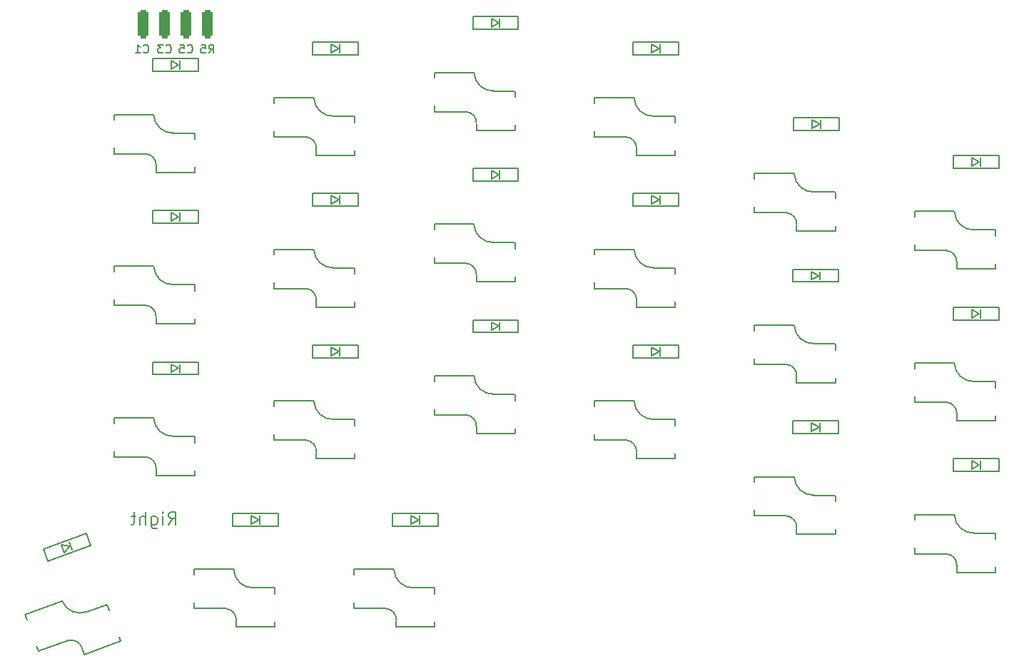
<source format=gbo>
%TF.GenerationSoftware,KiCad,Pcbnew,(7.0.0-0)*%
%TF.CreationDate,2023-03-13T10:44:32+08:00*%
%TF.ProjectId,Input,496e7075-742e-46b6-9963-61645f706362,1*%
%TF.SameCoordinates,PX7bfa480PY6052340*%
%TF.FileFunction,Legend,Bot*%
%TF.FilePolarity,Positive*%
%FSLAX46Y46*%
G04 Gerber Fmt 4.6, Leading zero omitted, Abs format (unit mm)*
G04 Created by KiCad (PCBNEW (7.0.0-0)) date 2023-03-13 10:44:32*
%MOMM*%
%LPD*%
G01*
G04 APERTURE LIST*
G04 Aperture macros list*
%AMRoundRect*
0 Rectangle with rounded corners*
0 $1 Rounding radius*
0 $2 $3 $4 $5 $6 $7 $8 $9 X,Y pos of 4 corners*
0 Add a 4 corners polygon primitive as box body*
4,1,4,$2,$3,$4,$5,$6,$7,$8,$9,$2,$3,0*
0 Add four circle primitives for the rounded corners*
1,1,$1+$1,$2,$3*
1,1,$1+$1,$4,$5*
1,1,$1+$1,$6,$7*
1,1,$1+$1,$8,$9*
0 Add four rect primitives between the rounded corners*
20,1,$1+$1,$2,$3,$4,$5,0*
20,1,$1+$1,$4,$5,$6,$7,0*
20,1,$1+$1,$6,$7,$8,$9,0*
20,1,$1+$1,$8,$9,$2,$3,0*%
%AMRotRect*
0 Rectangle, with rotation*
0 The origin of the aperture is its center*
0 $1 length*
0 $2 width*
0 $3 Rotation angle, in degrees counterclockwise*
0 Add horizontal line*
21,1,$1,$2,0,0,$3*%
G04 Aperture macros list end*
%ADD10C,0.150000*%
%ADD11C,0.200000*%
%ADD12C,0.010000*%
%ADD13C,3.000000*%
%ADD14C,3.200000*%
%ADD15RoundRect,0.317500X0.317500X1.397000X-0.317500X1.397000X-0.317500X-1.397000X0.317500X-1.397000X0*%
%ADD16C,1.700000*%
%ADD17R,2.000000X2.600000*%
%ADD18R,1.400000X1.000000*%
%ADD19RotRect,2.000000X2.600000X20.000000*%
%ADD20RotRect,1.400000X1.000000X200.000000*%
G04 APERTURE END LIST*
D10*
X-3780334Y24027858D02*
X-3732715Y23980239D01*
X-3732715Y23980239D02*
X-3589858Y23932620D01*
X-3589858Y23932620D02*
X-3494620Y23932620D01*
X-3494620Y23932620D02*
X-3351763Y23980239D01*
X-3351763Y23980239D02*
X-3256525Y24075477D01*
X-3256525Y24075477D02*
X-3208906Y24170715D01*
X-3208906Y24170715D02*
X-3161287Y24361191D01*
X-3161287Y24361191D02*
X-3161287Y24504048D01*
X-3161287Y24504048D02*
X-3208906Y24694524D01*
X-3208906Y24694524D02*
X-3256525Y24789762D01*
X-3256525Y24789762D02*
X-3351763Y24885000D01*
X-3351763Y24885000D02*
X-3494620Y24932620D01*
X-3494620Y24932620D02*
X-3589858Y24932620D01*
X-3589858Y24932620D02*
X-3732715Y24885000D01*
X-3732715Y24885000D02*
X-3780334Y24837381D01*
X-4732715Y23932620D02*
X-4161287Y23932620D01*
X-4447001Y23932620D02*
X-4447001Y24932620D01*
X-4447001Y24932620D02*
X-4351763Y24789762D01*
X-4351763Y24789762D02*
X-4256525Y24694524D01*
X-4256525Y24694524D02*
X-4161287Y24646905D01*
X-1113334Y24027858D02*
X-1065715Y23980239D01*
X-1065715Y23980239D02*
X-922858Y23932620D01*
X-922858Y23932620D02*
X-827620Y23932620D01*
X-827620Y23932620D02*
X-684763Y23980239D01*
X-684763Y23980239D02*
X-589525Y24075477D01*
X-589525Y24075477D02*
X-541906Y24170715D01*
X-541906Y24170715D02*
X-494287Y24361191D01*
X-494287Y24361191D02*
X-494287Y24504048D01*
X-494287Y24504048D02*
X-541906Y24694524D01*
X-541906Y24694524D02*
X-589525Y24789762D01*
X-589525Y24789762D02*
X-684763Y24885000D01*
X-684763Y24885000D02*
X-827620Y24932620D01*
X-827620Y24932620D02*
X-922858Y24932620D01*
X-922858Y24932620D02*
X-1065715Y24885000D01*
X-1065715Y24885000D02*
X-1113334Y24837381D01*
X-1446668Y24932620D02*
X-2065715Y24932620D01*
X-2065715Y24932620D02*
X-1732382Y24551667D01*
X-1732382Y24551667D02*
X-1875239Y24551667D01*
X-1875239Y24551667D02*
X-1970477Y24504048D01*
X-1970477Y24504048D02*
X-2018096Y24456429D01*
X-2018096Y24456429D02*
X-2065715Y24361191D01*
X-2065715Y24361191D02*
X-2065715Y24123096D01*
X-2065715Y24123096D02*
X-2018096Y24027858D01*
X-2018096Y24027858D02*
X-1970477Y23980239D01*
X-1970477Y23980239D02*
X-1875239Y23932620D01*
X-1875239Y23932620D02*
X-1589525Y23932620D01*
X-1589525Y23932620D02*
X-1494287Y23980239D01*
X-1494287Y23980239D02*
X-1446668Y24027858D01*
D11*
X-821429Y-32051071D02*
X-321429Y-31336785D01*
X35714Y-32051071D02*
X35714Y-30551071D01*
X35714Y-30551071D02*
X-535715Y-30551071D01*
X-535715Y-30551071D02*
X-678572Y-30622500D01*
X-678572Y-30622500D02*
X-750001Y-30693928D01*
X-750001Y-30693928D02*
X-821429Y-30836785D01*
X-821429Y-30836785D02*
X-821429Y-31051071D01*
X-821429Y-31051071D02*
X-750001Y-31193928D01*
X-750001Y-31193928D02*
X-678572Y-31265357D01*
X-678572Y-31265357D02*
X-535715Y-31336785D01*
X-535715Y-31336785D02*
X35714Y-31336785D01*
X-1464286Y-32051071D02*
X-1464286Y-31051071D01*
X-1464286Y-30551071D02*
X-1392858Y-30622500D01*
X-1392858Y-30622500D02*
X-1464286Y-30693928D01*
X-1464286Y-30693928D02*
X-1535715Y-30622500D01*
X-1535715Y-30622500D02*
X-1464286Y-30551071D01*
X-1464286Y-30551071D02*
X-1464286Y-30693928D01*
X-2821429Y-31051071D02*
X-2821429Y-32265357D01*
X-2821429Y-32265357D02*
X-2750001Y-32408214D01*
X-2750001Y-32408214D02*
X-2678572Y-32479642D01*
X-2678572Y-32479642D02*
X-2535715Y-32551071D01*
X-2535715Y-32551071D02*
X-2321429Y-32551071D01*
X-2321429Y-32551071D02*
X-2178572Y-32479642D01*
X-2821429Y-31979642D02*
X-2678572Y-32051071D01*
X-2678572Y-32051071D02*
X-2392858Y-32051071D01*
X-2392858Y-32051071D02*
X-2250001Y-31979642D01*
X-2250001Y-31979642D02*
X-2178572Y-31908214D01*
X-2178572Y-31908214D02*
X-2107144Y-31765357D01*
X-2107144Y-31765357D02*
X-2107144Y-31336785D01*
X-2107144Y-31336785D02*
X-2178572Y-31193928D01*
X-2178572Y-31193928D02*
X-2250001Y-31122500D01*
X-2250001Y-31122500D02*
X-2392858Y-31051071D01*
X-2392858Y-31051071D02*
X-2678572Y-31051071D01*
X-2678572Y-31051071D02*
X-2821429Y-31122500D01*
X-3535715Y-32051071D02*
X-3535715Y-30551071D01*
X-4178572Y-32051071D02*
X-4178572Y-31265357D01*
X-4178572Y-31265357D02*
X-4107144Y-31122500D01*
X-4107144Y-31122500D02*
X-3964287Y-31051071D01*
X-3964287Y-31051071D02*
X-3750001Y-31051071D01*
X-3750001Y-31051071D02*
X-3607144Y-31122500D01*
X-3607144Y-31122500D02*
X-3535715Y-31193928D01*
X-4678573Y-31051071D02*
X-5250001Y-31051071D01*
X-4892858Y-30551071D02*
X-4892858Y-31836785D01*
X-4892858Y-31836785D02*
X-4964287Y-31979642D01*
X-4964287Y-31979642D02*
X-5107144Y-32051071D01*
X-5107144Y-32051071D02*
X-5250001Y-32051071D01*
D10*
X3966666Y23932620D02*
X4299999Y24408810D01*
X4538094Y23932620D02*
X4538094Y24932620D01*
X4538094Y24932620D02*
X4157142Y24932620D01*
X4157142Y24932620D02*
X4061904Y24885000D01*
X4061904Y24885000D02*
X4014285Y24837381D01*
X4014285Y24837381D02*
X3966666Y24742143D01*
X3966666Y24742143D02*
X3966666Y24599286D01*
X3966666Y24599286D02*
X4014285Y24504048D01*
X4014285Y24504048D02*
X4061904Y24456429D01*
X4061904Y24456429D02*
X4157142Y24408810D01*
X4157142Y24408810D02*
X4538094Y24408810D01*
X3061904Y24932620D02*
X3538094Y24932620D01*
X3538094Y24932620D02*
X3585713Y24456429D01*
X3585713Y24456429D02*
X3538094Y24504048D01*
X3538094Y24504048D02*
X3442856Y24551667D01*
X3442856Y24551667D02*
X3204761Y24551667D01*
X3204761Y24551667D02*
X3109523Y24504048D01*
X3109523Y24504048D02*
X3061904Y24456429D01*
X3061904Y24456429D02*
X3014285Y24361191D01*
X3014285Y24361191D02*
X3014285Y24123096D01*
X3014285Y24123096D02*
X3061904Y24027858D01*
X3061904Y24027858D02*
X3109523Y23980239D01*
X3109523Y23980239D02*
X3204761Y23932620D01*
X3204761Y23932620D02*
X3442856Y23932620D01*
X3442856Y23932620D02*
X3538094Y23980239D01*
X3538094Y23980239D02*
X3585713Y24027858D01*
X1426666Y24027858D02*
X1474285Y23980239D01*
X1474285Y23980239D02*
X1617142Y23932620D01*
X1617142Y23932620D02*
X1712380Y23932620D01*
X1712380Y23932620D02*
X1855237Y23980239D01*
X1855237Y23980239D02*
X1950475Y24075477D01*
X1950475Y24075477D02*
X1998094Y24170715D01*
X1998094Y24170715D02*
X2045713Y24361191D01*
X2045713Y24361191D02*
X2045713Y24504048D01*
X2045713Y24504048D02*
X1998094Y24694524D01*
X1998094Y24694524D02*
X1950475Y24789762D01*
X1950475Y24789762D02*
X1855237Y24885000D01*
X1855237Y24885000D02*
X1712380Y24932620D01*
X1712380Y24932620D02*
X1617142Y24932620D01*
X1617142Y24932620D02*
X1474285Y24885000D01*
X1474285Y24885000D02*
X1426666Y24837381D01*
X521904Y24932620D02*
X998094Y24932620D01*
X998094Y24932620D02*
X1045713Y24456429D01*
X1045713Y24456429D02*
X998094Y24504048D01*
X998094Y24504048D02*
X902856Y24551667D01*
X902856Y24551667D02*
X664761Y24551667D01*
X664761Y24551667D02*
X569523Y24504048D01*
X569523Y24504048D02*
X521904Y24456429D01*
X521904Y24456429D02*
X474285Y24361191D01*
X474285Y24361191D02*
X474285Y24123096D01*
X474285Y24123096D02*
X521904Y24027858D01*
X521904Y24027858D02*
X569523Y23980239D01*
X569523Y23980239D02*
X664761Y23932620D01*
X664761Y23932620D02*
X902856Y23932620D01*
X902856Y23932620D02*
X998094Y23980239D01*
X998094Y23980239D02*
X1045713Y24027858D01*
%TO.C,SW20*%
X21300000Y12380000D02*
X21300000Y11800000D01*
X21300000Y15682000D02*
X21300000Y15682000D01*
X21300000Y16400000D02*
X21300000Y15682000D01*
X21275000Y11775000D02*
X16725000Y11775000D01*
X21275000Y16425000D02*
X18725000Y16425000D01*
X16720000Y12500000D02*
X16720000Y11800000D01*
X16425000Y18625000D02*
X11725000Y18625000D01*
X15500000Y13975000D02*
X11725000Y13975000D01*
X11725000Y14666000D02*
X11725000Y13975000D01*
X11725000Y18625000D02*
X11725000Y17968000D01*
X16430001Y18600000D02*
G75*
G03*
X18800000Y16430001I2269999J100000D01*
G01*
X16720000Y12550000D02*
G75*
G03*
X15500000Y13970000I-1320000J100000D01*
G01*
%TO.C,D47*%
X78700000Y-21250000D02*
X73300000Y-21250000D01*
X78700000Y-19750000D02*
X78700000Y-21250000D01*
X76500000Y-20000000D02*
X76500000Y-21000000D01*
X76400000Y-20500000D02*
X75500000Y-20000000D01*
X75500000Y-21000000D02*
X76400000Y-20500000D01*
X75500000Y-20000000D02*
X75500000Y-21000000D01*
X73300000Y-19750000D02*
X78700000Y-19750000D01*
X73300000Y-19750000D02*
X73300000Y-21250000D01*
%TO.C,D32*%
X21700000Y5775000D02*
X16300000Y5775000D01*
X21700000Y7275000D02*
X21700000Y5775000D01*
X19500000Y7025000D02*
X19500000Y6025000D01*
X19400000Y6525000D02*
X18500000Y7025000D01*
X18500000Y6025000D02*
X19400000Y6525000D01*
X18500000Y7025000D02*
X18500000Y6025000D01*
X16300000Y7275000D02*
X21700000Y7275000D01*
X16300000Y7275000D02*
X16300000Y5775000D01*
%TO.C,SW22*%
X59300000Y12380000D02*
X59300000Y11800000D01*
X59300000Y15682000D02*
X59300000Y15682000D01*
X59300000Y16400000D02*
X59300000Y15682000D01*
X59275000Y11775000D02*
X54725000Y11775000D01*
X59275000Y16425000D02*
X56725000Y16425000D01*
X54720000Y12500000D02*
X54720000Y11800000D01*
X54425000Y18625000D02*
X49725000Y18625000D01*
X53500000Y13975000D02*
X49725000Y13975000D01*
X49725000Y14666000D02*
X49725000Y13975000D01*
X49725000Y18625000D02*
X49725000Y17968000D01*
X54430001Y18600000D02*
G75*
G03*
X56800000Y16430001I2269999J100000D01*
G01*
X54720000Y12550000D02*
G75*
G03*
X53500000Y13970000I-1320000J100000D01*
G01*
%TO.C,D21*%
X40700000Y26750000D02*
X35300000Y26750000D01*
X40700000Y28250000D02*
X40700000Y26750000D01*
X38500000Y28000000D02*
X38500000Y27000000D01*
X38400000Y27500000D02*
X37500000Y28000000D01*
X37500000Y27000000D02*
X38400000Y27500000D01*
X37500000Y28000000D02*
X37500000Y27000000D01*
X35300000Y28250000D02*
X40700000Y28250000D01*
X35300000Y28250000D02*
X35300000Y26750000D01*
%TO.C,D56*%
X12200000Y-32250000D02*
X6800000Y-32250000D01*
X12200000Y-30750000D02*
X12200000Y-32250000D01*
X10000000Y-31000000D02*
X10000000Y-32000000D01*
X9900000Y-31500000D02*
X9000000Y-31000000D01*
X9000000Y-32000000D02*
X9900000Y-31500000D01*
X9000000Y-31000000D02*
X9000000Y-32000000D01*
X6800000Y-30750000D02*
X12200000Y-30750000D01*
X6800000Y-30750000D02*
X6800000Y-32250000D01*
%TO.C,D57*%
X31199984Y-32250000D02*
X25799984Y-32250000D01*
X31199984Y-30750000D02*
X31199984Y-32250000D01*
X28999984Y-31000000D02*
X28999984Y-32000000D01*
X28899984Y-31500000D02*
X27999984Y-31000000D01*
X27999984Y-32000000D02*
X28899984Y-31500000D01*
X27999984Y-31000000D02*
X27999984Y-32000000D01*
X25799984Y-30750000D02*
X31199984Y-30750000D01*
X25799984Y-30750000D02*
X25799984Y-32250000D01*
%TO.C,SW44*%
X21300000Y-23620000D02*
X21300000Y-24200000D01*
X21300000Y-20318000D02*
X21300000Y-20318000D01*
X21300000Y-19600000D02*
X21300000Y-20318000D01*
X21275000Y-24225000D02*
X16725000Y-24225000D01*
X21275000Y-19575000D02*
X18725000Y-19575000D01*
X16720000Y-23500000D02*
X16720000Y-24200000D01*
X16425000Y-17375000D02*
X11725000Y-17375000D01*
X15500000Y-22025000D02*
X11725000Y-22025000D01*
X11725000Y-21334000D02*
X11725000Y-22025000D01*
X11725000Y-17375000D02*
X11725000Y-18032000D01*
X16430001Y-17400000D02*
G75*
G03*
X18800000Y-19569999I2269999J100000D01*
G01*
X16720000Y-23450000D02*
G75*
G03*
X15500000Y-22030000I-1320000J100000D01*
G01*
%TO.C,SW36*%
X97300000Y-19120000D02*
X97300000Y-19700000D01*
X97300000Y-15818000D02*
X97300000Y-15818000D01*
X97300000Y-15100000D02*
X97300000Y-15818000D01*
X97275000Y-19725000D02*
X92725000Y-19725000D01*
X97275000Y-15075000D02*
X94725000Y-15075000D01*
X92720000Y-19000000D02*
X92720000Y-19700000D01*
X92425000Y-12875000D02*
X87725000Y-12875000D01*
X91500000Y-17525000D02*
X87725000Y-17525000D01*
X87725000Y-16834000D02*
X87725000Y-17525000D01*
X87725000Y-12875000D02*
X87725000Y-13532000D01*
X92430001Y-12900000D02*
G75*
G03*
X94800000Y-15069999I2269999J100000D01*
G01*
X92720000Y-18950000D02*
G75*
G03*
X91500000Y-17530000I-1320000J100000D01*
G01*
%TO.C,D23*%
X78750000Y14750000D02*
X73350000Y14750000D01*
X78750000Y16250000D02*
X78750000Y14750000D01*
X76550000Y16000000D02*
X76550000Y15000000D01*
X76450000Y15500000D02*
X75550000Y16000000D01*
X75550000Y15000000D02*
X76450000Y15500000D01*
X75550000Y16000000D02*
X75550000Y15000000D01*
X73350000Y16250000D02*
X78750000Y16250000D01*
X73350000Y16250000D02*
X73350000Y14750000D01*
%TO.C,SW34*%
X59300000Y-5620000D02*
X59300000Y-6200000D01*
X59300000Y-2318000D02*
X59300000Y-2318000D01*
X59300000Y-1600000D02*
X59300000Y-2318000D01*
X59275000Y-6225000D02*
X54725000Y-6225000D01*
X59275000Y-1575000D02*
X56725000Y-1575000D01*
X54720000Y-5500000D02*
X54720000Y-6200000D01*
X54425000Y625000D02*
X49725000Y625000D01*
X53500000Y-4025000D02*
X49725000Y-4025000D01*
X49725000Y-3334000D02*
X49725000Y-4025000D01*
X49725000Y625000D02*
X49725000Y-32000D01*
X54430001Y600000D02*
G75*
G03*
X56800000Y-1569999I2269999J100000D01*
G01*
X54720000Y-5450000D02*
G75*
G03*
X53500000Y-4030000I-1320000J100000D01*
G01*
%TO.C,D31*%
X2699998Y3749997D02*
X-2700002Y3749997D01*
X2699998Y5249997D02*
X2699998Y3749997D01*
X499998Y4999997D02*
X499998Y3999997D01*
X399998Y4499997D02*
X-500002Y4999997D01*
X-500002Y3999997D02*
X399998Y4499997D01*
X-500002Y4999997D02*
X-500002Y3999997D01*
X-2700002Y5249997D02*
X2699998Y5249997D01*
X-2700002Y5249997D02*
X-2700002Y3749997D01*
%TO.C,SW55*%
X-6702513Y-45337811D02*
X-6504142Y-45882833D01*
X-7831864Y-42234946D02*
X-7831864Y-42234946D01*
X-8077434Y-41560247D02*
X-7831864Y-42234946D01*
X-6519084Y-45914876D02*
X-10794685Y-47471068D01*
X-8109477Y-41545305D02*
X-10505693Y-42417457D01*
X-11047348Y-46791501D02*
X-10807934Y-47449285D01*
X-13419431Y-41136779D02*
X-17835986Y-42744274D01*
X-12698253Y-45822719D02*
X-16245592Y-47113845D01*
X-16481928Y-46464517D02*
X-16245592Y-47113845D01*
X-17835986Y-42744274D02*
X-17611279Y-43361652D01*
X-13406183Y-41158561D02*
G75*
G03*
X-10436927Y-42387107I2098901J870355D01*
G01*
X-11064449Y-46744516D02*
G75*
G03*
X-12696543Y-45827417I-1274596J-357497D01*
G01*
%TO.C,D46*%
X59700000Y-12250000D02*
X54300000Y-12250000D01*
X59700000Y-10750000D02*
X59700000Y-12250000D01*
X57500000Y-11000000D02*
X57500000Y-12000000D01*
X57400000Y-11500000D02*
X56500000Y-11000000D01*
X56500000Y-12000000D02*
X57400000Y-11500000D01*
X56500000Y-11000000D02*
X56500000Y-12000000D01*
X54300000Y-10750000D02*
X59700000Y-10750000D01*
X54300000Y-10750000D02*
X54300000Y-12250000D01*
%TO.C,SW21*%
X40300000Y15380000D02*
X40300000Y14800000D01*
X40300000Y18682000D02*
X40300000Y18682000D01*
X40300000Y19400000D02*
X40300000Y18682000D01*
X40275000Y14775000D02*
X35725000Y14775000D01*
X40275000Y19425000D02*
X37725000Y19425000D01*
X35720000Y15500000D02*
X35720000Y14800000D01*
X35425000Y21625000D02*
X30725000Y21625000D01*
X34500000Y16975000D02*
X30725000Y16975000D01*
X30725000Y17666000D02*
X30725000Y16975000D01*
X30725000Y21625000D02*
X30725000Y20968000D01*
X35430001Y21600000D02*
G75*
G03*
X37800000Y19430001I2269999J100000D01*
G01*
X35720000Y15550000D02*
G75*
G03*
X34500000Y16970000I-1320000J100000D01*
G01*
%TO.C,SW19*%
X2300000Y10380000D02*
X2300000Y9800000D01*
X2300000Y13682000D02*
X2300000Y13682000D01*
X2300000Y14400000D02*
X2300000Y13682000D01*
X2275000Y9775000D02*
X-2275000Y9775000D01*
X2275000Y14425000D02*
X-275000Y14425000D01*
X-2280000Y10500000D02*
X-2280000Y9800000D01*
X-2575000Y16625000D02*
X-7275000Y16625000D01*
X-3500000Y11975000D02*
X-7275000Y11975000D01*
X-7275000Y12666000D02*
X-7275000Y11975000D01*
X-7275000Y16625000D02*
X-7275000Y15968000D01*
X-2569999Y16600000D02*
G75*
G03*
X-200000Y14430001I2269999J100000D01*
G01*
X-2280000Y10550000D02*
G75*
G03*
X-3500000Y11970000I-1320000J100000D01*
G01*
%TO.C,D44*%
X21700000Y-12250000D02*
X16300000Y-12250000D01*
X21700000Y-10750000D02*
X21700000Y-12250000D01*
X19500000Y-11000000D02*
X19500000Y-12000000D01*
X19400000Y-11500000D02*
X18500000Y-11000000D01*
X18500000Y-12000000D02*
X19400000Y-11500000D01*
X18500000Y-11000000D02*
X18500000Y-12000000D01*
X16300000Y-10750000D02*
X21700000Y-10750000D01*
X16300000Y-10750000D02*
X16300000Y-12250000D01*
%TO.C,D24*%
X97700000Y10250000D02*
X92300000Y10250000D01*
X97700000Y11750000D02*
X97700000Y10250000D01*
X95500000Y11500000D02*
X95500000Y10500000D01*
X95400000Y11000000D02*
X94500000Y11500000D01*
X94500000Y10500000D02*
X95400000Y11000000D01*
X94500000Y11500000D02*
X94500000Y10500000D01*
X92300000Y11750000D02*
X97700000Y11750000D01*
X92300000Y11750000D02*
X92300000Y10250000D01*
%TO.C,SW45*%
X40300000Y-20620000D02*
X40300000Y-21200000D01*
X40300000Y-17318000D02*
X40300000Y-17318000D01*
X40300000Y-16600000D02*
X40300000Y-17318000D01*
X40275000Y-21225000D02*
X35725000Y-21225000D01*
X40275000Y-16575000D02*
X37725000Y-16575000D01*
X35720000Y-20500000D02*
X35720000Y-21200000D01*
X35425000Y-14375000D02*
X30725000Y-14375000D01*
X34500000Y-19025000D02*
X30725000Y-19025000D01*
X30725000Y-18334000D02*
X30725000Y-19025000D01*
X30725000Y-14375000D02*
X30725000Y-15032000D01*
X35430001Y-14400000D02*
G75*
G03*
X37800000Y-16569999I2269999J100000D01*
G01*
X35720000Y-20450000D02*
G75*
G03*
X34500000Y-19030000I-1320000J100000D01*
G01*
%TO.C,D35*%
X78700000Y-3250000D02*
X73300000Y-3250000D01*
X78700000Y-1750000D02*
X78700000Y-3250000D01*
X76500000Y-2000000D02*
X76500000Y-3000000D01*
X76400000Y-2500000D02*
X75500000Y-2000000D01*
X75500000Y-3000000D02*
X76400000Y-2500000D01*
X75500000Y-2000000D02*
X75500000Y-3000000D01*
X73300000Y-1750000D02*
X78700000Y-1750000D01*
X73300000Y-1750000D02*
X73300000Y-3250000D01*
%TO.C,D43*%
X2699998Y-14250003D02*
X-2700002Y-14250003D01*
X2699998Y-12750003D02*
X2699998Y-14250003D01*
X499998Y-13000003D02*
X499998Y-14000003D01*
X399998Y-13500003D02*
X-500002Y-13000003D01*
X-500002Y-14000003D02*
X399998Y-13500003D01*
X-500002Y-13000003D02*
X-500002Y-14000003D01*
X-2700002Y-12750003D02*
X2699998Y-12750003D01*
X-2700002Y-12750003D02*
X-2700002Y-14250003D01*
%TO.C,SW33*%
X40300000Y-2620000D02*
X40300000Y-3200000D01*
X40300000Y682000D02*
X40300000Y682000D01*
X40300000Y1400000D02*
X40300000Y682000D01*
X40275000Y-3225000D02*
X35725000Y-3225000D01*
X40275000Y1425000D02*
X37725000Y1425000D01*
X35720000Y-2500000D02*
X35720000Y-3200000D01*
X35425000Y3625000D02*
X30725000Y3625000D01*
X34500000Y-1025000D02*
X30725000Y-1025000D01*
X30725000Y-334000D02*
X30725000Y-1025000D01*
X30725000Y3625000D02*
X30725000Y2968000D01*
X35430001Y3600000D02*
G75*
G03*
X37800000Y1430001I2269999J100000D01*
G01*
X35720000Y-2450000D02*
G75*
G03*
X34500000Y-1030000I-1320000J100000D01*
G01*
%TO.C,SW24*%
X97300000Y-1120000D02*
X97300000Y-1700000D01*
X97300000Y2182000D02*
X97300000Y2182000D01*
X97300000Y2900000D02*
X97300000Y2182000D01*
X97275000Y-1725000D02*
X92725000Y-1725000D01*
X97275000Y2925000D02*
X94725000Y2925000D01*
X92720000Y-1000000D02*
X92720000Y-1700000D01*
X92425000Y5125000D02*
X87725000Y5125000D01*
X91500000Y475000D02*
X87725000Y475000D01*
X87725000Y1166000D02*
X87725000Y475000D01*
X87725000Y5125000D02*
X87725000Y4468000D01*
X92430001Y5100000D02*
G75*
G03*
X94800000Y2930001I2269999J100000D01*
G01*
X92720000Y-950000D02*
G75*
G03*
X91500000Y470000I-1320000J100000D01*
G01*
%TO.C,SW47*%
X78300000Y-32620000D02*
X78300000Y-33200000D01*
X78300000Y-29318000D02*
X78300000Y-29318000D01*
X78300000Y-28600000D02*
X78300000Y-29318000D01*
X78275000Y-33225000D02*
X73725000Y-33225000D01*
X78275000Y-28575000D02*
X75725000Y-28575000D01*
X73720000Y-32500000D02*
X73720000Y-33200000D01*
X73425000Y-26375000D02*
X68725000Y-26375000D01*
X72500000Y-31025000D02*
X68725000Y-31025000D01*
X68725000Y-30334000D02*
X68725000Y-31025000D01*
X68725000Y-26375000D02*
X68725000Y-27032000D01*
X73430001Y-26400000D02*
G75*
G03*
X75800000Y-28569999I2269999J100000D01*
G01*
X73720000Y-32450000D02*
G75*
G03*
X72500000Y-31030000I-1320000J100000D01*
G01*
%TO.C,D19*%
X2700000Y21750000D02*
X-2700000Y21750000D01*
X2700000Y23250000D02*
X2700000Y21750000D01*
X500000Y23000000D02*
X500000Y22000000D01*
X400000Y22500000D02*
X-500000Y23000000D01*
X-500000Y22000000D02*
X400000Y22500000D01*
X-500000Y23000000D02*
X-500000Y22000000D01*
X-2700000Y23250000D02*
X2700000Y23250000D01*
X-2700000Y23250000D02*
X-2700000Y21750000D01*
%TO.C,SW32*%
X21300000Y-5620000D02*
X21300000Y-6200000D01*
X21300000Y-2318000D02*
X21300000Y-2318000D01*
X21300000Y-1600000D02*
X21300000Y-2318000D01*
X21275000Y-6225000D02*
X16725000Y-6225000D01*
X21275000Y-1575000D02*
X18725000Y-1575000D01*
X16720000Y-5500000D02*
X16720000Y-6200000D01*
X16425000Y625000D02*
X11725000Y625000D01*
X15500000Y-4025000D02*
X11725000Y-4025000D01*
X11725000Y-3334000D02*
X11725000Y-4025000D01*
X11725000Y625000D02*
X11725000Y-32000D01*
X16430001Y600000D02*
G75*
G03*
X18800000Y-1569999I2269999J100000D01*
G01*
X16720000Y-5450000D02*
G75*
G03*
X15500000Y-4030000I-1320000J100000D01*
G01*
%TO.C,SW35*%
X78300000Y-14620000D02*
X78300000Y-15200000D01*
X78300000Y-11318000D02*
X78300000Y-11318000D01*
X78300000Y-10600000D02*
X78300000Y-11318000D01*
X78275000Y-15225000D02*
X73725000Y-15225000D01*
X78275000Y-10575000D02*
X75725000Y-10575000D01*
X73720000Y-14500000D02*
X73720000Y-15200000D01*
X73425000Y-8375000D02*
X68725000Y-8375000D01*
X72500000Y-13025000D02*
X68725000Y-13025000D01*
X68725000Y-12334000D02*
X68725000Y-13025000D01*
X68725000Y-8375000D02*
X68725000Y-9032000D01*
X73430001Y-8400000D02*
G75*
G03*
X75800000Y-10569999I2269999J100000D01*
G01*
X73720000Y-14450000D02*
G75*
G03*
X72500000Y-13030000I-1320000J100000D01*
G01*
%TO.C,SW43*%
X2300000Y-25620000D02*
X2300000Y-26200000D01*
X2300000Y-22318000D02*
X2300000Y-22318000D01*
X2300000Y-21600000D02*
X2300000Y-22318000D01*
X2275000Y-26225000D02*
X-2275000Y-26225000D01*
X2275000Y-21575000D02*
X-275000Y-21575000D01*
X-2280000Y-25500000D02*
X-2280000Y-26200000D01*
X-2575000Y-19375000D02*
X-7275000Y-19375000D01*
X-3500000Y-24025000D02*
X-7275000Y-24025000D01*
X-7275000Y-23334000D02*
X-7275000Y-24025000D01*
X-7275000Y-19375000D02*
X-7275000Y-20032000D01*
X-2569999Y-19400000D02*
G75*
G03*
X-200000Y-21569999I2269999J100000D01*
G01*
X-2280000Y-25450000D02*
G75*
G03*
X-3500000Y-24030000I-1320000J100000D01*
G01*
%TO.C,SW31*%
X2300000Y-7620000D02*
X2300000Y-8200000D01*
X2300000Y-4318000D02*
X2300000Y-4318000D01*
X2300000Y-3600000D02*
X2300000Y-4318000D01*
X2275000Y-8225000D02*
X-2275000Y-8225000D01*
X2275000Y-3575000D02*
X-275000Y-3575000D01*
X-2280000Y-7500000D02*
X-2280000Y-8200000D01*
X-2575000Y-1375000D02*
X-7275000Y-1375000D01*
X-3500000Y-6025000D02*
X-7275000Y-6025000D01*
X-7275000Y-5334000D02*
X-7275000Y-6025000D01*
X-7275000Y-1375000D02*
X-7275000Y-2032000D01*
X-2569999Y-1400000D02*
G75*
G03*
X-200000Y-3569999I2269999J100000D01*
G01*
X-2280000Y-7450000D02*
G75*
G03*
X-3500000Y-6030000I-1320000J100000D01*
G01*
%TO.C,D20*%
X21700000Y23750000D02*
X16300000Y23750000D01*
X21700000Y25250000D02*
X21700000Y23750000D01*
X19500000Y25000000D02*
X19500000Y24000000D01*
X19400000Y24500000D02*
X18500000Y25000000D01*
X18500000Y24000000D02*
X19400000Y24500000D01*
X18500000Y25000000D02*
X18500000Y24000000D01*
X16300000Y25250000D02*
X21700000Y25250000D01*
X16300000Y25250000D02*
X16300000Y23750000D01*
%TO.C,D33*%
X40700000Y8750000D02*
X35300000Y8750000D01*
X40700000Y10250000D02*
X40700000Y8750000D01*
X38500000Y10000000D02*
X38500000Y9000000D01*
X38400000Y9500000D02*
X37500000Y10000000D01*
X37500000Y9000000D02*
X38400000Y9500000D01*
X37500000Y10000000D02*
X37500000Y9000000D01*
X35300000Y10250000D02*
X40700000Y10250000D01*
X35300000Y10250000D02*
X35300000Y8750000D01*
%TO.C,D22*%
X59700000Y23750000D02*
X54300000Y23750000D01*
X59700000Y25250000D02*
X59700000Y23750000D01*
X57500000Y25000000D02*
X57500000Y24000000D01*
X57400000Y24500000D02*
X56500000Y25000000D01*
X56500000Y24000000D02*
X57400000Y24500000D01*
X56500000Y25000000D02*
X56500000Y24000000D01*
X54300000Y25250000D02*
X59700000Y25250000D01*
X54300000Y25250000D02*
X54300000Y23750000D01*
%TO.C,D45*%
X40700000Y-9250000D02*
X35300000Y-9250000D01*
X40700000Y-7750000D02*
X40700000Y-9250000D01*
X38500000Y-8000000D02*
X38500000Y-9000000D01*
X38400000Y-8500000D02*
X37500000Y-8000000D01*
X37500000Y-9000000D02*
X38400000Y-8500000D01*
X37500000Y-8000000D02*
X37500000Y-9000000D01*
X35300000Y-7750000D02*
X40700000Y-7750000D01*
X35300000Y-7750000D02*
X35300000Y-9250000D01*
%TO.C,SW23*%
X78300000Y3380000D02*
X78300000Y2800000D01*
X78300000Y6682000D02*
X78300000Y6682000D01*
X78300000Y7400000D02*
X78300000Y6682000D01*
X78275000Y2775000D02*
X73725000Y2775000D01*
X78275000Y7425000D02*
X75725000Y7425000D01*
X73720000Y3500000D02*
X73720000Y2800000D01*
X73425000Y9625000D02*
X68725000Y9625000D01*
X72500000Y4975000D02*
X68725000Y4975000D01*
X68725000Y5666000D02*
X68725000Y4975000D01*
X68725000Y9625000D02*
X68725000Y8968000D01*
X73430001Y9600000D02*
G75*
G03*
X75800000Y7430001I2269999J100000D01*
G01*
X73720000Y3550000D02*
G75*
G03*
X72500000Y4970000I-1320000J100000D01*
G01*
%TO.C,SW48*%
X97300000Y-37120000D02*
X97300000Y-37700000D01*
X97300000Y-33818000D02*
X97300000Y-33818000D01*
X97300000Y-33100000D02*
X97300000Y-33818000D01*
X97275000Y-37725000D02*
X92725000Y-37725000D01*
X97275000Y-33075000D02*
X94725000Y-33075000D01*
X92720000Y-37000000D02*
X92720000Y-37700000D01*
X92425000Y-30875000D02*
X87725000Y-30875000D01*
X91500000Y-35525000D02*
X87725000Y-35525000D01*
X87725000Y-34834000D02*
X87725000Y-35525000D01*
X87725000Y-30875000D02*
X87725000Y-31532000D01*
X92430001Y-30900000D02*
G75*
G03*
X94800000Y-33069999I2269999J100000D01*
G01*
X92720000Y-36950000D02*
G75*
G03*
X91500000Y-35530000I-1320000J100000D01*
G01*
%TO.C,SW46*%
X59300000Y-23620000D02*
X59300000Y-24200000D01*
X59300000Y-20318000D02*
X59300000Y-20318000D01*
X59300000Y-19600000D02*
X59300000Y-20318000D01*
X59275000Y-24225000D02*
X54725000Y-24225000D01*
X59275000Y-19575000D02*
X56725000Y-19575000D01*
X54720000Y-23500000D02*
X54720000Y-24200000D01*
X54425000Y-17375000D02*
X49725000Y-17375000D01*
X53500000Y-22025000D02*
X49725000Y-22025000D01*
X49725000Y-21334000D02*
X49725000Y-22025000D01*
X49725000Y-17375000D02*
X49725000Y-18032000D01*
X54430001Y-17400000D02*
G75*
G03*
X56800000Y-19569999I2269999J100000D01*
G01*
X54720000Y-23450000D02*
G75*
G03*
X53500000Y-22030000I-1320000J100000D01*
G01*
%TO.C,D34*%
X59700000Y5750000D02*
X54300000Y5750000D01*
X59700000Y7250000D02*
X59700000Y5750000D01*
X57500000Y7000000D02*
X57500000Y6000000D01*
X57400000Y6500000D02*
X56500000Y7000000D01*
X56500000Y6000000D02*
X57400000Y6500000D01*
X56500000Y7000000D02*
X56500000Y6000000D01*
X54300000Y7250000D02*
X59700000Y7250000D01*
X54300000Y7250000D02*
X54300000Y5750000D01*
%TO.C,SW56*%
X11799996Y-43620000D02*
X11799996Y-44200000D01*
X11799996Y-40318000D02*
X11799996Y-40318000D01*
X11799996Y-39600000D02*
X11799996Y-40318000D01*
X11774996Y-44225000D02*
X7224996Y-44225000D01*
X11774996Y-39575000D02*
X9224996Y-39575000D01*
X7219996Y-43500000D02*
X7219996Y-44200000D01*
X6924996Y-37375000D02*
X2224996Y-37375000D01*
X5999996Y-42025000D02*
X2224996Y-42025000D01*
X2224996Y-41334000D02*
X2224996Y-42025000D01*
X2224996Y-37375000D02*
X2224996Y-38032000D01*
X6929997Y-37400000D02*
G75*
G03*
X9299996Y-39569999I2269999J100000D01*
G01*
X7219996Y-43450000D02*
G75*
G03*
X5999996Y-42030000I-1320000J100000D01*
G01*
%TO.C,D55*%
X-10082650Y-34524954D02*
X-15156990Y-36371863D01*
X-10595680Y-33115415D02*
X-10082650Y-34524954D01*
X-12577499Y-34102783D02*
X-12235479Y-35042475D01*
X-12500458Y-34606831D02*
X-13517191Y-34444803D01*
X-13175171Y-35384495D02*
X-12500458Y-34606831D01*
X-13517191Y-34444803D02*
X-13175171Y-35384495D01*
X-15670020Y-34962324D02*
X-10595680Y-33115415D01*
X-15670020Y-34962324D02*
X-15156990Y-36371863D01*
%TO.C,SW57*%
X30800000Y-43620000D02*
X30800000Y-44200000D01*
X30800000Y-40318000D02*
X30800000Y-40318000D01*
X30800000Y-39600000D02*
X30800000Y-40318000D01*
X30775000Y-44225000D02*
X26225000Y-44225000D01*
X30775000Y-39575000D02*
X28225000Y-39575000D01*
X26220000Y-43500000D02*
X26220000Y-44200000D01*
X25925000Y-37375000D02*
X21225000Y-37375000D01*
X25000000Y-42025000D02*
X21225000Y-42025000D01*
X21225000Y-41334000D02*
X21225000Y-42025000D01*
X21225000Y-37375000D02*
X21225000Y-38032000D01*
X25930001Y-37400000D02*
G75*
G03*
X28300000Y-39569999I2269999J100000D01*
G01*
X26220000Y-43450000D02*
G75*
G03*
X25000000Y-42030000I-1320000J100000D01*
G01*
%TO.C,D36*%
X97700000Y-7750000D02*
X92300000Y-7750000D01*
X97700000Y-6250000D02*
X97700000Y-7750000D01*
X95500000Y-6500000D02*
X95500000Y-7500000D01*
X95400000Y-7000000D02*
X94500000Y-6500000D01*
X94500000Y-7500000D02*
X95400000Y-7000000D01*
X94500000Y-6500000D02*
X94500000Y-7500000D01*
X92300000Y-6250000D02*
X97700000Y-6250000D01*
X92300000Y-6250000D02*
X92300000Y-7750000D01*
%TO.C,D48*%
X97700000Y-25750000D02*
X92300000Y-25750000D01*
X97700000Y-24250000D02*
X97700000Y-25750000D01*
X95500000Y-24500000D02*
X95500000Y-25500000D01*
X95400000Y-25000000D02*
X94500000Y-24500000D01*
X94500000Y-25500000D02*
X95400000Y-25000000D01*
X94500000Y-24500000D02*
X94500000Y-25500000D01*
X92300000Y-24250000D02*
X97700000Y-24250000D01*
X92300000Y-24250000D02*
X92300000Y-25750000D01*
%TD*%
%LPC*%
%TO.C,REF\u002A\u002A*%
G36*
X54482829Y-37951097D02*
G01*
X54542753Y-37973355D01*
X54567673Y-37990080D01*
X54592910Y-38014043D01*
X54610912Y-38044526D01*
X54622858Y-38086023D01*
X54629930Y-38143032D01*
X54633308Y-38220047D01*
X54634171Y-38321565D01*
X54634002Y-38374027D01*
X54633153Y-38445715D01*
X54631711Y-38502925D01*
X54629814Y-38540809D01*
X54627597Y-38554514D01*
X54613172Y-38549981D01*
X54584054Y-38537670D01*
X54583181Y-38537272D01*
X54568060Y-38529356D01*
X54557891Y-38518495D01*
X54551691Y-38499471D01*
X54548478Y-38467069D01*
X54547270Y-38416071D01*
X54547086Y-38341261D01*
X54546714Y-38293804D01*
X54542750Y-38204615D01*
X54533673Y-38139287D01*
X54518524Y-38094393D01*
X54496345Y-38066507D01*
X54466175Y-38052203D01*
X54461990Y-38051206D01*
X54405480Y-38050427D01*
X54361410Y-38075744D01*
X54330972Y-38126502D01*
X54325544Y-38141175D01*
X54313171Y-38173649D01*
X54306905Y-38188572D01*
X54294036Y-38186516D01*
X54265933Y-38175357D01*
X54239721Y-38156927D01*
X54227771Y-38122098D01*
X54231336Y-38097151D01*
X54253235Y-38046547D01*
X54288644Y-37999128D01*
X54330052Y-37966334D01*
X54347400Y-37958752D01*
X54413089Y-37946076D01*
X54482829Y-37951097D01*
G37*
D12*
X54482829Y-37951097D02*
X54542753Y-37973355D01*
X54567673Y-37990080D01*
X54592910Y-38014043D01*
X54610912Y-38044526D01*
X54622858Y-38086023D01*
X54629930Y-38143032D01*
X54633308Y-38220047D01*
X54634171Y-38321565D01*
X54634002Y-38374027D01*
X54633153Y-38445715D01*
X54631711Y-38502925D01*
X54629814Y-38540809D01*
X54627597Y-38554514D01*
X54613172Y-38549981D01*
X54584054Y-38537670D01*
X54583181Y-38537272D01*
X54568060Y-38529356D01*
X54557891Y-38518495D01*
X54551691Y-38499471D01*
X54548478Y-38467069D01*
X54547270Y-38416071D01*
X54547086Y-38341261D01*
X54546714Y-38293804D01*
X54542750Y-38204615D01*
X54533673Y-38139287D01*
X54518524Y-38094393D01*
X54496345Y-38066507D01*
X54466175Y-38052203D01*
X54461990Y-38051206D01*
X54405480Y-38050427D01*
X54361410Y-38075744D01*
X54330972Y-38126502D01*
X54325544Y-38141175D01*
X54313171Y-38173649D01*
X54306905Y-38188572D01*
X54294036Y-38186516D01*
X54265933Y-38175357D01*
X54239721Y-38156927D01*
X54227771Y-38122098D01*
X54231336Y-38097151D01*
X54253235Y-38046547D01*
X54288644Y-37999128D01*
X54330052Y-37966334D01*
X54347400Y-37958752D01*
X54413089Y-37946076D01*
X54482829Y-37951097D01*
G36*
X58431020Y-37917822D02*
G01*
X58498810Y-37949680D01*
X58554366Y-38004770D01*
X58565881Y-38022016D01*
X58575432Y-38041562D01*
X58582206Y-38066198D01*
X58586819Y-38100711D01*
X58589888Y-38149889D01*
X58592029Y-38218519D01*
X58593859Y-38311389D01*
X58598404Y-38569007D01*
X58560225Y-38554491D01*
X58525268Y-38541156D01*
X58499097Y-38528323D01*
X58482013Y-38511780D01*
X58472086Y-38486465D01*
X58467386Y-38447316D01*
X58465982Y-38389268D01*
X58465943Y-38307261D01*
X58465744Y-38241895D01*
X58464559Y-38179173D01*
X58461729Y-38136334D01*
X58456609Y-38108220D01*
X58448553Y-38089675D01*
X58436914Y-38075543D01*
X58408303Y-38055600D01*
X58360239Y-38048083D01*
X58312688Y-38067079D01*
X58309550Y-38069511D01*
X58299769Y-38080748D01*
X58292553Y-38098770D01*
X58287299Y-38128026D01*
X58283402Y-38172962D01*
X58280256Y-38238028D01*
X58277257Y-38327670D01*
X58270000Y-38567697D01*
X58208314Y-38540044D01*
X58146629Y-38512391D01*
X58146629Y-38293246D01*
X58146884Y-38233711D01*
X58149086Y-38150892D01*
X58154661Y-38089227D01*
X58164941Y-38043748D01*
X58181258Y-38009484D01*
X58204943Y-37981466D01*
X58237328Y-37954723D01*
X58283907Y-37927780D01*
X58357287Y-37910191D01*
X58431020Y-37917822D01*
G37*
X58431020Y-37917822D02*
X58498810Y-37949680D01*
X58554366Y-38004770D01*
X58565881Y-38022016D01*
X58575432Y-38041562D01*
X58582206Y-38066198D01*
X58586819Y-38100711D01*
X58589888Y-38149889D01*
X58592029Y-38218519D01*
X58593859Y-38311389D01*
X58598404Y-38569007D01*
X58560225Y-38554491D01*
X58525268Y-38541156D01*
X58499097Y-38528323D01*
X58482013Y-38511780D01*
X58472086Y-38486465D01*
X58467386Y-38447316D01*
X58465982Y-38389268D01*
X58465943Y-38307261D01*
X58465744Y-38241895D01*
X58464559Y-38179173D01*
X58461729Y-38136334D01*
X58456609Y-38108220D01*
X58448553Y-38089675D01*
X58436914Y-38075543D01*
X58408303Y-38055600D01*
X58360239Y-38048083D01*
X58312688Y-38067079D01*
X58309550Y-38069511D01*
X58299769Y-38080748D01*
X58292553Y-38098770D01*
X58287299Y-38128026D01*
X58283402Y-38172962D01*
X58280256Y-38238028D01*
X58277257Y-38327670D01*
X58270000Y-38567697D01*
X58208314Y-38540044D01*
X58146629Y-38512391D01*
X58146629Y-38293246D01*
X58146884Y-38233711D01*
X58149086Y-38150892D01*
X58154661Y-38089227D01*
X58164941Y-38043748D01*
X58181258Y-38009484D01*
X58204943Y-37981466D01*
X58237328Y-37954723D01*
X58283907Y-37927780D01*
X58357287Y-37910191D01*
X58431020Y-37917822D01*
G36*
X56607691Y-37966467D02*
G01*
X56612273Y-37969003D01*
X56649704Y-37998057D01*
X56683170Y-38035410D01*
X56689007Y-38043852D01*
X56700165Y-38063553D01*
X56708136Y-38086935D01*
X56713618Y-38119067D01*
X56717307Y-38165019D01*
X56719899Y-38229859D01*
X56722092Y-38318657D01*
X56722402Y-38333669D01*
X56723400Y-38430999D01*
X56721994Y-38499934D01*
X56718164Y-38540948D01*
X56711889Y-38554514D01*
X56692898Y-38550452D01*
X56660638Y-38538144D01*
X56653041Y-38534545D01*
X56641176Y-38526398D01*
X56632994Y-38513004D01*
X56627643Y-38489608D01*
X56624269Y-38451455D01*
X56622019Y-38393790D01*
X56620040Y-38311857D01*
X56619498Y-38287907D01*
X56617403Y-38212266D01*
X56614683Y-38159328D01*
X56610515Y-38124075D01*
X56604079Y-38101487D01*
X56594550Y-38086544D01*
X56581106Y-38074227D01*
X56541305Y-38052634D01*
X56492341Y-38048476D01*
X56448529Y-38064999D01*
X56417008Y-38099210D01*
X56404914Y-38148114D01*
X56404578Y-38161407D01*
X56397972Y-38185472D01*
X56378470Y-38189144D01*
X56340283Y-38174813D01*
X56331438Y-38170217D01*
X56307534Y-38143186D01*
X56307061Y-38102994D01*
X56329836Y-38047409D01*
X56350727Y-38017117D01*
X56404142Y-37974084D01*
X56470074Y-37949755D01*
X56540574Y-37946443D01*
X56607691Y-37966467D01*
G37*
X56607691Y-37966467D02*
X56612273Y-37969003D01*
X56649704Y-37998057D01*
X56683170Y-38035410D01*
X56689007Y-38043852D01*
X56700165Y-38063553D01*
X56708136Y-38086935D01*
X56713618Y-38119067D01*
X56717307Y-38165019D01*
X56719899Y-38229859D01*
X56722092Y-38318657D01*
X56722402Y-38333669D01*
X56723400Y-38430999D01*
X56721994Y-38499934D01*
X56718164Y-38540948D01*
X56711889Y-38554514D01*
X56692898Y-38550452D01*
X56660638Y-38538144D01*
X56653041Y-38534545D01*
X56641176Y-38526398D01*
X56632994Y-38513004D01*
X56627643Y-38489608D01*
X56624269Y-38451455D01*
X56622019Y-38393790D01*
X56620040Y-38311857D01*
X56619498Y-38287907D01*
X56617403Y-38212266D01*
X56614683Y-38159328D01*
X56610515Y-38124075D01*
X56604079Y-38101487D01*
X56594550Y-38086544D01*
X56581106Y-38074227D01*
X56541305Y-38052634D01*
X56492341Y-38048476D01*
X56448529Y-38064999D01*
X56417008Y-38099210D01*
X56404914Y-38148114D01*
X56404578Y-38161407D01*
X56397972Y-38185472D01*
X56378470Y-38189144D01*
X56340283Y-38174813D01*
X56331438Y-38170217D01*
X56307534Y-38143186D01*
X56307061Y-38102994D01*
X56329836Y-38047409D01*
X56350727Y-38017117D01*
X56404142Y-37974084D01*
X56470074Y-37949755D01*
X56540574Y-37946443D01*
X56607691Y-37966467D01*
G36*
X57678543Y-37749444D02*
G01*
X57725714Y-37769342D01*
X57725714Y-38166509D01*
X57725519Y-38269498D01*
X57724998Y-38362141D01*
X57724199Y-38440700D01*
X57723172Y-38501439D01*
X57721963Y-38540623D01*
X57720623Y-38554514D01*
X57720099Y-38554468D01*
X57702287Y-38549420D01*
X57669823Y-38538580D01*
X57624114Y-38522646D01*
X57624114Y-38318173D01*
X57623824Y-38237832D01*
X57622474Y-38179562D01*
X57619369Y-38139909D01*
X57613812Y-38113618D01*
X57605107Y-38095436D01*
X57592556Y-38080107D01*
X57583999Y-38071955D01*
X57537728Y-38049375D01*
X57486728Y-38051375D01*
X57439993Y-38078073D01*
X57433189Y-38084698D01*
X57422293Y-38098456D01*
X57414836Y-38116642D01*
X57410169Y-38144177D01*
X57407642Y-38185981D01*
X57406602Y-38246973D01*
X57406400Y-38332073D01*
X57406303Y-38375234D01*
X57405674Y-38446224D01*
X57404556Y-38503076D01*
X57403063Y-38540828D01*
X57401309Y-38554514D01*
X57400785Y-38554468D01*
X57382973Y-38549420D01*
X57350509Y-38538580D01*
X57304800Y-38522646D01*
X57304823Y-38317237D01*
X57304857Y-38298951D01*
X57306778Y-38203626D01*
X57312678Y-38131543D01*
X57324001Y-38077813D01*
X57342187Y-38037549D01*
X57368679Y-38005861D01*
X57404918Y-37977861D01*
X57440263Y-37960333D01*
X57496773Y-37946785D01*
X57552356Y-37946015D01*
X57595086Y-37959195D01*
X57598298Y-37961015D01*
X57608205Y-37960820D01*
X57614975Y-37945572D01*
X57619861Y-37910613D01*
X57624114Y-37851289D01*
X57631371Y-37729547D01*
X57678543Y-37749444D01*
G37*
X57678543Y-37749444D02*
X57725714Y-37769342D01*
X57725714Y-38166509D01*
X57725519Y-38269498D01*
X57724998Y-38362141D01*
X57724199Y-38440700D01*
X57723172Y-38501439D01*
X57721963Y-38540623D01*
X57720623Y-38554514D01*
X57720099Y-38554468D01*
X57702287Y-38549420D01*
X57669823Y-38538580D01*
X57624114Y-38522646D01*
X57624114Y-38318173D01*
X57623824Y-38237832D01*
X57622474Y-38179562D01*
X57619369Y-38139909D01*
X57613812Y-38113618D01*
X57605107Y-38095436D01*
X57592556Y-38080107D01*
X57583999Y-38071955D01*
X57537728Y-38049375D01*
X57486728Y-38051375D01*
X57439993Y-38078073D01*
X57433189Y-38084698D01*
X57422293Y-38098456D01*
X57414836Y-38116642D01*
X57410169Y-38144177D01*
X57407642Y-38185981D01*
X57406602Y-38246973D01*
X57406400Y-38332073D01*
X57406303Y-38375234D01*
X57405674Y-38446224D01*
X57404556Y-38503076D01*
X57403063Y-38540828D01*
X57401309Y-38554514D01*
X57400785Y-38554468D01*
X57382973Y-38549420D01*
X57350509Y-38538580D01*
X57304800Y-38522646D01*
X57304823Y-38317237D01*
X57304857Y-38298951D01*
X57306778Y-38203626D01*
X57312678Y-38131543D01*
X57324001Y-38077813D01*
X57342187Y-38037549D01*
X57368679Y-38005861D01*
X57404918Y-37977861D01*
X57440263Y-37960333D01*
X57496773Y-37946785D01*
X57552356Y-37946015D01*
X57595086Y-37959195D01*
X57598298Y-37961015D01*
X57608205Y-37960820D01*
X57614975Y-37945572D01*
X57619861Y-37910613D01*
X57624114Y-37851289D01*
X57631371Y-37729547D01*
X57678543Y-37749444D01*
G36*
X55653941Y-37949282D02*
G01*
X55685774Y-37961758D01*
X55722743Y-37978602D01*
X55722743Y-38465196D01*
X55676812Y-38511127D01*
X55666320Y-38521427D01*
X55637255Y-38544320D01*
X55607943Y-38551735D01*
X55564326Y-38548321D01*
X55546568Y-38546114D01*
X55500767Y-38541445D01*
X55468743Y-38539585D01*
X55459244Y-38539869D01*
X55420274Y-38542948D01*
X55373160Y-38548321D01*
X55358085Y-38550168D01*
X55320110Y-38550893D01*
X55292325Y-38539429D01*
X55260674Y-38511127D01*
X55214743Y-38465196D01*
X55214743Y-38205055D01*
X55215101Y-38128180D01*
X55216216Y-38054886D01*
X55217952Y-37996850D01*
X55220167Y-37958663D01*
X55222721Y-37944914D01*
X55223256Y-37944951D01*
X55241808Y-37951793D01*
X55273153Y-37966868D01*
X55315608Y-37988822D01*
X55319604Y-38217240D01*
X55323600Y-38445657D01*
X55410686Y-38445657D01*
X55414657Y-38195286D01*
X55415916Y-38127227D01*
X55417718Y-38054482D01*
X55419671Y-37996730D01*
X55421612Y-37958648D01*
X55423377Y-37944914D01*
X55423885Y-37944962D01*
X55441482Y-37950015D01*
X55473834Y-37960849D01*
X55519543Y-37976783D01*
X55519765Y-38196706D01*
X55519988Y-38234909D01*
X55521531Y-38309146D01*
X55524292Y-38371145D01*
X55527977Y-38415308D01*
X55532292Y-38436041D01*
X55547732Y-38447131D01*
X55579241Y-38450556D01*
X55613886Y-38445657D01*
X55617857Y-38195286D01*
X55619278Y-38131663D01*
X55622225Y-38056356D01*
X55626079Y-37997286D01*
X55630542Y-37958718D01*
X55635317Y-37944914D01*
X55653941Y-37949282D01*
G37*
X55653941Y-37949282D02*
X55685774Y-37961758D01*
X55722743Y-37978602D01*
X55722743Y-38465196D01*
X55676812Y-38511127D01*
X55666320Y-38521427D01*
X55637255Y-38544320D01*
X55607943Y-38551735D01*
X55564326Y-38548321D01*
X55546568Y-38546114D01*
X55500767Y-38541445D01*
X55468743Y-38539585D01*
X55459244Y-38539869D01*
X55420274Y-38542948D01*
X55373160Y-38548321D01*
X55358085Y-38550168D01*
X55320110Y-38550893D01*
X55292325Y-38539429D01*
X55260674Y-38511127D01*
X55214743Y-38465196D01*
X55214743Y-38205055D01*
X55215101Y-38128180D01*
X55216216Y-38054886D01*
X55217952Y-37996850D01*
X55220167Y-37958663D01*
X55222721Y-37944914D01*
X55223256Y-37944951D01*
X55241808Y-37951793D01*
X55273153Y-37966868D01*
X55315608Y-37988822D01*
X55319604Y-38217240D01*
X55323600Y-38445657D01*
X55410686Y-38445657D01*
X55414657Y-38195286D01*
X55415916Y-38127227D01*
X55417718Y-38054482D01*
X55419671Y-37996730D01*
X55421612Y-37958648D01*
X55423377Y-37944914D01*
X55423885Y-37944962D01*
X55441482Y-37950015D01*
X55473834Y-37960849D01*
X55519543Y-37976783D01*
X55519765Y-38196706D01*
X55519988Y-38234909D01*
X55521531Y-38309146D01*
X55524292Y-38371145D01*
X55527977Y-38415308D01*
X55532292Y-38436041D01*
X55547732Y-38447131D01*
X55579241Y-38450556D01*
X55613886Y-38445657D01*
X55617857Y-38195286D01*
X55619278Y-38131663D01*
X55622225Y-38056356D01*
X55626079Y-37997286D01*
X55630542Y-37958718D01*
X55635317Y-37944914D01*
X55653941Y-37949282D01*
G36*
X60265678Y-38230192D02*
G01*
X60265714Y-38235200D01*
X60265701Y-38250935D01*
X60264914Y-38321119D01*
X60262210Y-38370022D01*
X60256606Y-38404178D01*
X60247119Y-38430124D01*
X60232768Y-38454397D01*
X60229237Y-38459433D01*
X60191878Y-38499143D01*
X60149311Y-38529092D01*
X60127452Y-38538810D01*
X60048908Y-38555020D01*
X59971231Y-38544535D01*
X59899645Y-38508707D01*
X59839374Y-38448887D01*
X59834286Y-38440873D01*
X59817730Y-38394342D01*
X59806573Y-38329552D01*
X59801160Y-38254727D01*
X59801768Y-38185513D01*
X59948248Y-38185513D01*
X59949402Y-38281399D01*
X59949866Y-38287569D01*
X59956629Y-38340478D01*
X59968671Y-38374029D01*
X59989005Y-38397016D01*
X60023097Y-38418548D01*
X60056814Y-38419680D01*
X60091543Y-38394857D01*
X60097584Y-38388325D01*
X60109417Y-38368779D01*
X60116404Y-38340386D01*
X60119727Y-38296430D01*
X60120571Y-38230192D01*
X60119125Y-38168150D01*
X60111907Y-38109042D01*
X60097006Y-38071686D01*
X60072636Y-38052152D01*
X60037008Y-38046514D01*
X60023440Y-38047635D01*
X59985430Y-38068194D01*
X59960312Y-38114299D01*
X59948248Y-38185513D01*
X59801768Y-38185513D01*
X59801833Y-38178096D01*
X59808937Y-38107882D01*
X59822815Y-38052312D01*
X59840649Y-38015301D01*
X59890855Y-37957733D01*
X59958885Y-37921962D01*
X60042158Y-37909665D01*
X60064398Y-37910331D01*
X60129891Y-37923947D01*
X60183687Y-37958249D01*
X60233057Y-38017338D01*
X60235995Y-38021722D01*
X60249287Y-38045299D01*
X60257932Y-38071949D01*
X60262904Y-38108159D01*
X60265174Y-38160413D01*
X60265678Y-38230192D01*
G37*
X60265678Y-38230192D02*
X60265714Y-38235200D01*
X60265701Y-38250935D01*
X60264914Y-38321119D01*
X60262210Y-38370022D01*
X60256606Y-38404178D01*
X60247119Y-38430124D01*
X60232768Y-38454397D01*
X60229237Y-38459433D01*
X60191878Y-38499143D01*
X60149311Y-38529092D01*
X60127452Y-38538810D01*
X60048908Y-38555020D01*
X59971231Y-38544535D01*
X59899645Y-38508707D01*
X59839374Y-38448887D01*
X59834286Y-38440873D01*
X59817730Y-38394342D01*
X59806573Y-38329552D01*
X59801160Y-38254727D01*
X59801768Y-38185513D01*
X59948248Y-38185513D01*
X59949402Y-38281399D01*
X59949866Y-38287569D01*
X59956629Y-38340478D01*
X59968671Y-38374029D01*
X59989005Y-38397016D01*
X60023097Y-38418548D01*
X60056814Y-38419680D01*
X60091543Y-38394857D01*
X60097584Y-38388325D01*
X60109417Y-38368779D01*
X60116404Y-38340386D01*
X60119727Y-38296430D01*
X60120571Y-38230192D01*
X60119125Y-38168150D01*
X60111907Y-38109042D01*
X60097006Y-38071686D01*
X60072636Y-38052152D01*
X60037008Y-38046514D01*
X60023440Y-38047635D01*
X59985430Y-38068194D01*
X59960312Y-38114299D01*
X59948248Y-38185513D01*
X59801768Y-38185513D01*
X59801833Y-38178096D01*
X59808937Y-38107882D01*
X59822815Y-38052312D01*
X59840649Y-38015301D01*
X59890855Y-37957733D01*
X59958885Y-37921962D01*
X60042158Y-37909665D01*
X60064398Y-37910331D01*
X60129891Y-37923947D01*
X60183687Y-37958249D01*
X60233057Y-38017338D01*
X60235995Y-38021722D01*
X60249287Y-38045299D01*
X60257932Y-38071949D01*
X60262904Y-38108159D01*
X60265174Y-38160413D01*
X60265678Y-38230192D01*
G36*
X54139628Y-38206247D02*
G01*
X54140590Y-38252622D01*
X54140307Y-38291305D01*
X54136762Y-38367521D01*
X54127483Y-38423294D01*
X54110375Y-38464613D01*
X54083344Y-38497467D01*
X54044292Y-38527846D01*
X54019445Y-38541660D01*
X53979615Y-38550965D01*
X53923665Y-38550230D01*
X53892385Y-38547283D01*
X53854653Y-38538283D01*
X53824494Y-38518720D01*
X53789408Y-38482267D01*
X53784720Y-38476943D01*
X53753177Y-38435969D01*
X53738128Y-38400283D01*
X53734286Y-38357966D01*
X53734286Y-38295779D01*
X53777742Y-38312182D01*
X53809424Y-38331356D01*
X53836962Y-38376347D01*
X53842711Y-38390752D01*
X53874855Y-38431546D01*
X53918611Y-38452081D01*
X53966254Y-38450235D01*
X54010057Y-38423886D01*
X54025111Y-38407455D01*
X54038763Y-38382667D01*
X54034493Y-38360144D01*
X54009916Y-38336964D01*
X53962651Y-38310202D01*
X53890314Y-38276934D01*
X53741543Y-38211816D01*
X53737595Y-38147308D01*
X53739079Y-38106220D01*
X53836010Y-38106220D01*
X53843368Y-38131657D01*
X53876848Y-38158814D01*
X53937614Y-38189714D01*
X53947669Y-38194190D01*
X53995751Y-38215017D01*
X54031726Y-38229665D01*
X54048444Y-38235200D01*
X54050977Y-38231126D01*
X54051993Y-38206247D01*
X54048369Y-38166257D01*
X54039242Y-38127152D01*
X54010773Y-38077884D01*
X53969678Y-38050122D01*
X53920590Y-38046364D01*
X53868144Y-38069109D01*
X53853609Y-38080481D01*
X53836010Y-38106220D01*
X53739079Y-38106220D01*
X53739338Y-38099064D01*
X53761281Y-38038096D01*
X53788979Y-38004497D01*
X53846405Y-37966966D01*
X53914527Y-37948006D01*
X53984947Y-37949507D01*
X54049267Y-37973355D01*
X54063426Y-37982513D01*
X54095904Y-38010849D01*
X54118116Y-38046695D01*
X54131804Y-38095384D01*
X54138715Y-38162249D01*
X54139628Y-38206247D01*
G37*
X54139628Y-38206247D02*
X54140590Y-38252622D01*
X54140307Y-38291305D01*
X54136762Y-38367521D01*
X54127483Y-38423294D01*
X54110375Y-38464613D01*
X54083344Y-38497467D01*
X54044292Y-38527846D01*
X54019445Y-38541660D01*
X53979615Y-38550965D01*
X53923665Y-38550230D01*
X53892385Y-38547283D01*
X53854653Y-38538283D01*
X53824494Y-38518720D01*
X53789408Y-38482267D01*
X53784720Y-38476943D01*
X53753177Y-38435969D01*
X53738128Y-38400283D01*
X53734286Y-38357966D01*
X53734286Y-38295779D01*
X53777742Y-38312182D01*
X53809424Y-38331356D01*
X53836962Y-38376347D01*
X53842711Y-38390752D01*
X53874855Y-38431546D01*
X53918611Y-38452081D01*
X53966254Y-38450235D01*
X54010057Y-38423886D01*
X54025111Y-38407455D01*
X54038763Y-38382667D01*
X54034493Y-38360144D01*
X54009916Y-38336964D01*
X53962651Y-38310202D01*
X53890314Y-38276934D01*
X53741543Y-38211816D01*
X53737595Y-38147308D01*
X53739079Y-38106220D01*
X53836010Y-38106220D01*
X53843368Y-38131657D01*
X53876848Y-38158814D01*
X53937614Y-38189714D01*
X53947669Y-38194190D01*
X53995751Y-38215017D01*
X54031726Y-38229665D01*
X54048444Y-38235200D01*
X54050977Y-38231126D01*
X54051993Y-38206247D01*
X54048369Y-38166257D01*
X54039242Y-38127152D01*
X54010773Y-38077884D01*
X53969678Y-38050122D01*
X53920590Y-38046364D01*
X53868144Y-38069109D01*
X53853609Y-38080481D01*
X53836010Y-38106220D01*
X53739079Y-38106220D01*
X53739338Y-38099064D01*
X53761281Y-38038096D01*
X53788979Y-38004497D01*
X53846405Y-37966966D01*
X53914527Y-37948006D01*
X53984947Y-37949507D01*
X54049267Y-37973355D01*
X54063426Y-37982513D01*
X54095904Y-38010849D01*
X54118116Y-38046695D01*
X54131804Y-38095384D01*
X54138715Y-38162249D01*
X54139628Y-38206247D01*
G36*
X56230542Y-38245647D02*
G01*
X56230698Y-38249714D01*
X56229537Y-38306313D01*
X56221345Y-38383462D01*
X56203519Y-38441276D01*
X56173975Y-38485422D01*
X56130625Y-38521568D01*
X56089332Y-38542463D01*
X56019987Y-38554090D01*
X55950736Y-38541377D01*
X55888145Y-38505945D01*
X55838779Y-38449418D01*
X55832818Y-38438995D01*
X55824945Y-38420733D01*
X55819106Y-38397429D01*
X55814999Y-38365085D01*
X55812325Y-38319704D01*
X55810781Y-38257287D01*
X55810734Y-38251748D01*
X55911429Y-38251748D01*
X55911772Y-38304577D01*
X55913942Y-38352362D01*
X55919307Y-38383209D01*
X55929217Y-38403935D01*
X55945021Y-38421356D01*
X55948724Y-38424705D01*
X55996299Y-38449419D01*
X56046635Y-38446890D01*
X56093517Y-38417288D01*
X56107477Y-38401953D01*
X56119160Y-38381622D01*
X56125686Y-38353514D01*
X56128524Y-38310550D01*
X56129143Y-38245647D01*
X56128837Y-38196122D01*
X56126722Y-38147782D01*
X56121390Y-38116587D01*
X56111460Y-38095647D01*
X56095550Y-38078073D01*
X56086204Y-38070159D01*
X56037776Y-38048843D01*
X55987040Y-38052198D01*
X55942987Y-38080107D01*
X55933504Y-38091173D01*
X55921939Y-38112009D01*
X55915252Y-38141106D01*
X55912173Y-38185381D01*
X55911429Y-38251748D01*
X55810734Y-38251748D01*
X55810067Y-38173837D01*
X55809883Y-38065358D01*
X55809829Y-37728601D01*
X55857000Y-37748362D01*
X55869472Y-37753770D01*
X55889324Y-37765985D01*
X55900687Y-37784482D01*
X55906933Y-37816829D01*
X55911429Y-37870593D01*
X55915535Y-37918866D01*
X55920963Y-37950557D01*
X55928739Y-37962383D01*
X55940457Y-37959212D01*
X55970318Y-37948067D01*
X56023684Y-37945304D01*
X56081093Y-37955625D01*
X56130625Y-37977861D01*
X56157876Y-37998443D01*
X56192865Y-38038600D01*
X56215274Y-38090086D01*
X56227190Y-38158568D01*
X56230542Y-38245647D01*
G37*
X56230542Y-38245647D02*
X56230698Y-38249714D01*
X56229537Y-38306313D01*
X56221345Y-38383462D01*
X56203519Y-38441276D01*
X56173975Y-38485422D01*
X56130625Y-38521568D01*
X56089332Y-38542463D01*
X56019987Y-38554090D01*
X55950736Y-38541377D01*
X55888145Y-38505945D01*
X55838779Y-38449418D01*
X55832818Y-38438995D01*
X55824945Y-38420733D01*
X55819106Y-38397429D01*
X55814999Y-38365085D01*
X55812325Y-38319704D01*
X55810781Y-38257287D01*
X55810734Y-38251748D01*
X55911429Y-38251748D01*
X55911772Y-38304577D01*
X55913942Y-38352362D01*
X55919307Y-38383209D01*
X55929217Y-38403935D01*
X55945021Y-38421356D01*
X55948724Y-38424705D01*
X55996299Y-38449419D01*
X56046635Y-38446890D01*
X56093517Y-38417288D01*
X56107477Y-38401953D01*
X56119160Y-38381622D01*
X56125686Y-38353514D01*
X56128524Y-38310550D01*
X56129143Y-38245647D01*
X56128837Y-38196122D01*
X56126722Y-38147782D01*
X56121390Y-38116587D01*
X56111460Y-38095647D01*
X56095550Y-38078073D01*
X56086204Y-38070159D01*
X56037776Y-38048843D01*
X55987040Y-38052198D01*
X55942987Y-38080107D01*
X55933504Y-38091173D01*
X55921939Y-38112009D01*
X55915252Y-38141106D01*
X55912173Y-38185381D01*
X55911429Y-38251748D01*
X55810734Y-38251748D01*
X55810067Y-38173837D01*
X55809883Y-38065358D01*
X55809829Y-37728601D01*
X55857000Y-37748362D01*
X55869472Y-37753770D01*
X55889324Y-37765985D01*
X55900687Y-37784482D01*
X55906933Y-37816829D01*
X55911429Y-37870593D01*
X55915535Y-37918866D01*
X55920963Y-37950557D01*
X55928739Y-37962383D01*
X55940457Y-37959212D01*
X55970318Y-37948067D01*
X56023684Y-37945304D01*
X56081093Y-37955625D01*
X56130625Y-37977861D01*
X56157876Y-37998443D01*
X56192865Y-38038600D01*
X56215274Y-38090086D01*
X56227190Y-38158568D01*
X56230542Y-38245647D01*
G36*
X59156767Y-38142748D02*
G01*
X59162299Y-38194055D01*
X59157684Y-38304078D01*
X59155078Y-38327387D01*
X59135660Y-38410352D01*
X59100573Y-38473448D01*
X59047212Y-38521808D01*
X59044196Y-38523804D01*
X58976362Y-38552185D01*
X58905535Y-38554711D01*
X58837289Y-38533097D01*
X58777196Y-38489062D01*
X58730829Y-38424322D01*
X58730050Y-38422761D01*
X58714643Y-38382558D01*
X58703357Y-38336866D01*
X58697370Y-38293972D01*
X58697861Y-38262160D01*
X58706007Y-38249714D01*
X58713244Y-38250471D01*
X58747851Y-38264235D01*
X58787078Y-38289546D01*
X58820448Y-38318845D01*
X58837483Y-38344572D01*
X58855192Y-38379471D01*
X58891485Y-38411212D01*
X58933630Y-38423886D01*
X58949077Y-38420221D01*
X58979569Y-38401774D01*
X59006128Y-38376166D01*
X59017486Y-38352934D01*
X59017482Y-38352848D01*
X59004596Y-38342179D01*
X58970241Y-38322933D01*
X58919593Y-38297813D01*
X58857829Y-38269524D01*
X58857489Y-38269374D01*
X58790388Y-38239498D01*
X58745411Y-38217973D01*
X58718145Y-38201437D01*
X58704178Y-38186531D01*
X58699097Y-38169893D01*
X58698490Y-38148162D01*
X58702712Y-38107013D01*
X58846000Y-38107013D01*
X58860791Y-38119949D01*
X58897644Y-38139333D01*
X58898725Y-38139881D01*
X58942205Y-38160587D01*
X58981102Y-38177105D01*
X59005778Y-38184093D01*
X59015676Y-38174753D01*
X59017486Y-38142748D01*
X59009966Y-38102915D01*
X58983897Y-38066717D01*
X58946154Y-38047950D01*
X58904077Y-38049845D01*
X58865005Y-38075632D01*
X58849647Y-38093451D01*
X58846000Y-38107013D01*
X58702712Y-38107013D01*
X58703833Y-38096086D01*
X58730251Y-38025335D01*
X58774473Y-37969735D01*
X58831697Y-37931239D01*
X58897120Y-37911797D01*
X58965937Y-37913359D01*
X59033347Y-37937878D01*
X59094544Y-37987302D01*
X59128450Y-38036212D01*
X59152806Y-38106027D01*
X59156767Y-38142748D01*
G37*
X59156767Y-38142748D02*
X59162299Y-38194055D01*
X59157684Y-38304078D01*
X59155078Y-38327387D01*
X59135660Y-38410352D01*
X59100573Y-38473448D01*
X59047212Y-38521808D01*
X59044196Y-38523804D01*
X58976362Y-38552185D01*
X58905535Y-38554711D01*
X58837289Y-38533097D01*
X58777196Y-38489062D01*
X58730829Y-38424322D01*
X58730050Y-38422761D01*
X58714643Y-38382558D01*
X58703357Y-38336866D01*
X58697370Y-38293972D01*
X58697861Y-38262160D01*
X58706007Y-38249714D01*
X58713244Y-38250471D01*
X58747851Y-38264235D01*
X58787078Y-38289546D01*
X58820448Y-38318845D01*
X58837483Y-38344572D01*
X58855192Y-38379471D01*
X58891485Y-38411212D01*
X58933630Y-38423886D01*
X58949077Y-38420221D01*
X58979569Y-38401774D01*
X59006128Y-38376166D01*
X59017486Y-38352934D01*
X59017482Y-38352848D01*
X59004596Y-38342179D01*
X58970241Y-38322933D01*
X58919593Y-38297813D01*
X58857829Y-38269524D01*
X58857489Y-38269374D01*
X58790388Y-38239498D01*
X58745411Y-38217973D01*
X58718145Y-38201437D01*
X58704178Y-38186531D01*
X58699097Y-38169893D01*
X58698490Y-38148162D01*
X58702712Y-38107013D01*
X58846000Y-38107013D01*
X58860791Y-38119949D01*
X58897644Y-38139333D01*
X58898725Y-38139881D01*
X58942205Y-38160587D01*
X58981102Y-38177105D01*
X59005778Y-38184093D01*
X59015676Y-38174753D01*
X59017486Y-38142748D01*
X59009966Y-38102915D01*
X58983897Y-38066717D01*
X58946154Y-38047950D01*
X58904077Y-38049845D01*
X58865005Y-38075632D01*
X58849647Y-38093451D01*
X58846000Y-38107013D01*
X58702712Y-38107013D01*
X58703833Y-38096086D01*
X58730251Y-38025335D01*
X58774473Y-37969735D01*
X58831697Y-37931239D01*
X58897120Y-37911797D01*
X58965937Y-37913359D01*
X59033347Y-37937878D01*
X59094544Y-37987302D01*
X59128450Y-38036212D01*
X59152806Y-38106027D01*
X59156767Y-38142748D01*
G36*
X57089483Y-37960569D02*
G01*
X57139376Y-37989661D01*
X57161325Y-38012327D01*
X57203504Y-38080082D01*
X57217714Y-38153950D01*
X57217714Y-38204770D01*
X57170999Y-38185128D01*
X57138692Y-38165308D01*
X57113231Y-38124160D01*
X57110616Y-38115675D01*
X57082478Y-38072451D01*
X57040067Y-38049103D01*
X56991370Y-38048100D01*
X56944373Y-38071914D01*
X56937357Y-38078056D01*
X56913893Y-38104745D01*
X56910019Y-38128014D01*
X56927768Y-38150862D01*
X56969179Y-38176287D01*
X57036286Y-38207288D01*
X57040824Y-38209252D01*
X57115322Y-38243990D01*
X57166203Y-38274763D01*
X57197525Y-38305488D01*
X57213343Y-38340082D01*
X57217714Y-38382462D01*
X57211986Y-38429446D01*
X57183062Y-38489585D01*
X57132178Y-38532788D01*
X57095374Y-38545759D01*
X57043434Y-38552856D01*
X56992999Y-38551340D01*
X56956983Y-38540632D01*
X56953158Y-38537966D01*
X56942998Y-38519337D01*
X56950048Y-38486505D01*
X56962297Y-38460735D01*
X56981939Y-38450006D01*
X57019191Y-38450539D01*
X57070908Y-38447462D01*
X57104701Y-38426212D01*
X57116114Y-38386877D01*
X57116104Y-38385747D01*
X57109187Y-38362913D01*
X57085659Y-38341963D01*
X57039914Y-38317815D01*
X56977704Y-38288741D01*
X56936499Y-38272925D01*
X56912712Y-38273944D01*
X56901597Y-38294837D01*
X56898408Y-38338641D01*
X56898400Y-38408393D01*
X56898044Y-38451452D01*
X56896413Y-38504626D01*
X56893761Y-38541022D01*
X56890422Y-38554514D01*
X56889530Y-38554423D01*
X56870237Y-38547110D01*
X56838284Y-38531678D01*
X56794124Y-38508842D01*
X56799371Y-38303078D01*
X56799736Y-38289432D01*
X56803904Y-38193651D01*
X56811268Y-38121462D01*
X56823330Y-38068058D01*
X56841593Y-38028633D01*
X56867560Y-37998380D01*
X56902733Y-37972493D01*
X56903384Y-37972087D01*
X56960256Y-37950968D01*
X57026033Y-37947400D01*
X57089483Y-37960569D01*
G37*
X57089483Y-37960569D02*
X57139376Y-37989661D01*
X57161325Y-38012327D01*
X57203504Y-38080082D01*
X57217714Y-38153950D01*
X57217714Y-38204770D01*
X57170999Y-38185128D01*
X57138692Y-38165308D01*
X57113231Y-38124160D01*
X57110616Y-38115675D01*
X57082478Y-38072451D01*
X57040067Y-38049103D01*
X56991370Y-38048100D01*
X56944373Y-38071914D01*
X56937357Y-38078056D01*
X56913893Y-38104745D01*
X56910019Y-38128014D01*
X56927768Y-38150862D01*
X56969179Y-38176287D01*
X57036286Y-38207288D01*
X57040824Y-38209252D01*
X57115322Y-38243990D01*
X57166203Y-38274763D01*
X57197525Y-38305488D01*
X57213343Y-38340082D01*
X57217714Y-38382462D01*
X57211986Y-38429446D01*
X57183062Y-38489585D01*
X57132178Y-38532788D01*
X57095374Y-38545759D01*
X57043434Y-38552856D01*
X56992999Y-38551340D01*
X56956983Y-38540632D01*
X56953158Y-38537966D01*
X56942998Y-38519337D01*
X56950048Y-38486505D01*
X56962297Y-38460735D01*
X56981939Y-38450006D01*
X57019191Y-38450539D01*
X57070908Y-38447462D01*
X57104701Y-38426212D01*
X57116114Y-38386877D01*
X57116104Y-38385747D01*
X57109187Y-38362913D01*
X57085659Y-38341963D01*
X57039914Y-38317815D01*
X56977704Y-38288741D01*
X56936499Y-38272925D01*
X56912712Y-38273944D01*
X56901597Y-38294837D01*
X56898408Y-38338641D01*
X56898400Y-38408393D01*
X56898044Y-38451452D01*
X56896413Y-38504626D01*
X56893761Y-38541022D01*
X56890422Y-38554514D01*
X56889530Y-38554423D01*
X56870237Y-38547110D01*
X56838284Y-38531678D01*
X56794124Y-38508842D01*
X56799371Y-38303078D01*
X56799736Y-38289432D01*
X56803904Y-38193651D01*
X56811268Y-38121462D01*
X56823330Y-38068058D01*
X56841593Y-38028633D01*
X56867560Y-37998380D01*
X56902733Y-37972493D01*
X56903384Y-37972087D01*
X56960256Y-37950968D01*
X57026033Y-37947400D01*
X57089483Y-37960569D01*
G36*
X59708528Y-38228603D02*
G01*
X59709815Y-38301524D01*
X59711252Y-38413000D01*
X59711651Y-38445339D01*
X59712929Y-38553455D01*
X59713185Y-38636186D01*
X59711634Y-38696426D01*
X59707490Y-38737073D01*
X59699964Y-38761023D01*
X59688271Y-38771171D01*
X59671624Y-38770414D01*
X59649236Y-38761648D01*
X59620321Y-38747769D01*
X59614142Y-38744808D01*
X59588413Y-38730311D01*
X59574976Y-38713065D01*
X59569834Y-38684308D01*
X59568990Y-38635283D01*
X59568952Y-38547257D01*
X59478276Y-38547257D01*
X59422498Y-38544815D01*
X59378640Y-38534908D01*
X59342218Y-38514886D01*
X59339503Y-38512929D01*
X59302546Y-38479869D01*
X59276826Y-38439931D01*
X59260606Y-38387657D01*
X59252148Y-38317588D01*
X59250083Y-38238430D01*
X59394857Y-38238430D01*
X59394882Y-38251697D01*
X59396261Y-38311584D01*
X59400687Y-38350732D01*
X59409461Y-38376153D01*
X59423886Y-38394857D01*
X59424784Y-38395750D01*
X59460237Y-38419952D01*
X59494596Y-38417567D01*
X59533403Y-38388260D01*
X59542895Y-38378244D01*
X59556876Y-38357708D01*
X59564760Y-38330997D01*
X59568245Y-38290499D01*
X59569029Y-38228603D01*
X59568350Y-38191130D01*
X59560983Y-38122980D01*
X59544168Y-38078330D01*
X59516234Y-38053926D01*
X59475509Y-38046514D01*
X59458350Y-38048094D01*
X59428660Y-38063766D01*
X59409031Y-38098691D01*
X59398188Y-38155901D01*
X59394857Y-38238430D01*
X59250083Y-38238430D01*
X59249714Y-38224267D01*
X59250253Y-38156169D01*
X59252707Y-38104587D01*
X59258158Y-38068816D01*
X59267686Y-38042015D01*
X59282371Y-38017338D01*
X59295852Y-37998480D01*
X59344799Y-37947568D01*
X59400256Y-37919918D01*
X59469928Y-37911165D01*
X59549664Y-37919890D01*
X59618595Y-37951185D01*
X59673113Y-38006381D01*
X59677223Y-38012224D01*
X59686808Y-38027753D01*
X59694151Y-38045498D01*
X59699612Y-38069290D01*
X59703550Y-38102958D01*
X59706323Y-38150333D01*
X59708292Y-38215245D01*
X59708528Y-38228603D01*
G37*
X59708528Y-38228603D02*
X59709815Y-38301524D01*
X59711252Y-38413000D01*
X59711651Y-38445339D01*
X59712929Y-38553455D01*
X59713185Y-38636186D01*
X59711634Y-38696426D01*
X59707490Y-38737073D01*
X59699964Y-38761023D01*
X59688271Y-38771171D01*
X59671624Y-38770414D01*
X59649236Y-38761648D01*
X59620321Y-38747769D01*
X59614142Y-38744808D01*
X59588413Y-38730311D01*
X59574976Y-38713065D01*
X59569834Y-38684308D01*
X59568990Y-38635283D01*
X59568952Y-38547257D01*
X59478276Y-38547257D01*
X59422498Y-38544815D01*
X59378640Y-38534908D01*
X59342218Y-38514886D01*
X59339503Y-38512929D01*
X59302546Y-38479869D01*
X59276826Y-38439931D01*
X59260606Y-38387657D01*
X59252148Y-38317588D01*
X59250083Y-38238430D01*
X59394857Y-38238430D01*
X59394882Y-38251697D01*
X59396261Y-38311584D01*
X59400687Y-38350732D01*
X59409461Y-38376153D01*
X59423886Y-38394857D01*
X59424784Y-38395750D01*
X59460237Y-38419952D01*
X59494596Y-38417567D01*
X59533403Y-38388260D01*
X59542895Y-38378244D01*
X59556876Y-38357708D01*
X59564760Y-38330997D01*
X59568245Y-38290499D01*
X59569029Y-38228603D01*
X59568350Y-38191130D01*
X59560983Y-38122980D01*
X59544168Y-38078330D01*
X59516234Y-38053926D01*
X59475509Y-38046514D01*
X59458350Y-38048094D01*
X59428660Y-38063766D01*
X59409031Y-38098691D01*
X59398188Y-38155901D01*
X59394857Y-38238430D01*
X59250083Y-38238430D01*
X59249714Y-38224267D01*
X59250253Y-38156169D01*
X59252707Y-38104587D01*
X59258158Y-38068816D01*
X59267686Y-38042015D01*
X59282371Y-38017338D01*
X59295852Y-37998480D01*
X59344799Y-37947568D01*
X59400256Y-37919918D01*
X59469928Y-37911165D01*
X59549664Y-37919890D01*
X59618595Y-37951185D01*
X59673113Y-38006381D01*
X59677223Y-38012224D01*
X59686808Y-38027753D01*
X59694151Y-38045498D01*
X59699612Y-38069290D01*
X59703550Y-38102958D01*
X59706323Y-38150333D01*
X59708292Y-38215245D01*
X59708528Y-38228603D01*
G36*
X54967495Y-37946220D02*
G01*
X54998599Y-37954121D01*
X55027559Y-37973817D01*
X55064831Y-38010484D01*
X55088801Y-38036378D01*
X55113770Y-38069997D01*
X55125031Y-38101506D01*
X55127657Y-38141485D01*
X55127657Y-38206917D01*
X55083035Y-38183842D01*
X55047673Y-38155724D01*
X55023451Y-38117848D01*
X55019291Y-38107551D01*
X54987594Y-38067637D01*
X54943554Y-38047624D01*
X54895531Y-38049572D01*
X54851886Y-38075543D01*
X54833420Y-38096635D01*
X54822663Y-38123619D01*
X54834178Y-38147634D01*
X54869981Y-38171791D01*
X54932090Y-38199199D01*
X54941515Y-38202985D01*
X54998058Y-38227759D01*
X55046580Y-38252189D01*
X55077451Y-38271486D01*
X55108371Y-38305953D01*
X55128927Y-38360957D01*
X55126744Y-38419983D01*
X55102424Y-38475845D01*
X55056568Y-38521355D01*
X55019438Y-38540727D01*
X54947711Y-38554292D01*
X54907852Y-38552462D01*
X54870953Y-38542568D01*
X54856797Y-38521806D01*
X54862091Y-38487613D01*
X54863631Y-38483092D01*
X54875842Y-38459116D01*
X54896174Y-38450042D01*
X54934908Y-38450649D01*
X54962257Y-38451474D01*
X54994257Y-38444392D01*
X55016182Y-38423219D01*
X55028670Y-38397152D01*
X55030062Y-38369845D01*
X55029998Y-38369685D01*
X55013807Y-38354930D01*
X54979155Y-38333457D01*
X54934321Y-38309458D01*
X54887582Y-38287125D01*
X54847217Y-38270652D01*
X54821504Y-38264229D01*
X54817679Y-38270518D01*
X54812864Y-38300115D01*
X54809566Y-38348447D01*
X54808343Y-38409372D01*
X54808058Y-38451542D01*
X54806718Y-38504653D01*
X54804528Y-38541025D01*
X54801769Y-38554514D01*
X54787344Y-38549981D01*
X54758226Y-38537670D01*
X54721257Y-38520826D01*
X54721257Y-38304721D01*
X54721493Y-38249327D01*
X54723729Y-38165207D01*
X54729423Y-38102800D01*
X54739903Y-38057358D01*
X54756497Y-38024133D01*
X54780531Y-37998378D01*
X54813333Y-37975344D01*
X54855124Y-37956335D01*
X54932287Y-37944914D01*
X54967495Y-37946220D01*
G37*
X54967495Y-37946220D02*
X54998599Y-37954121D01*
X55027559Y-37973817D01*
X55064831Y-38010484D01*
X55088801Y-38036378D01*
X55113770Y-38069997D01*
X55125031Y-38101506D01*
X55127657Y-38141485D01*
X55127657Y-38206917D01*
X55083035Y-38183842D01*
X55047673Y-38155724D01*
X55023451Y-38117848D01*
X55019291Y-38107551D01*
X54987594Y-38067637D01*
X54943554Y-38047624D01*
X54895531Y-38049572D01*
X54851886Y-38075543D01*
X54833420Y-38096635D01*
X54822663Y-38123619D01*
X54834178Y-38147634D01*
X54869981Y-38171791D01*
X54932090Y-38199199D01*
X54941515Y-38202985D01*
X54998058Y-38227759D01*
X55046580Y-38252189D01*
X55077451Y-38271486D01*
X55108371Y-38305953D01*
X55128927Y-38360957D01*
X55126744Y-38419983D01*
X55102424Y-38475845D01*
X55056568Y-38521355D01*
X55019438Y-38540727D01*
X54947711Y-38554292D01*
X54907852Y-38552462D01*
X54870953Y-38542568D01*
X54856797Y-38521806D01*
X54862091Y-38487613D01*
X54863631Y-38483092D01*
X54875842Y-38459116D01*
X54896174Y-38450042D01*
X54934908Y-38450649D01*
X54962257Y-38451474D01*
X54994257Y-38444392D01*
X55016182Y-38423219D01*
X55028670Y-38397152D01*
X55030062Y-38369845D01*
X55029998Y-38369685D01*
X55013807Y-38354930D01*
X54979155Y-38333457D01*
X54934321Y-38309458D01*
X54887582Y-38287125D01*
X54847217Y-38270652D01*
X54821504Y-38264229D01*
X54817679Y-38270518D01*
X54812864Y-38300115D01*
X54809566Y-38348447D01*
X54808343Y-38409372D01*
X54808058Y-38451542D01*
X54806718Y-38504653D01*
X54804528Y-38541025D01*
X54801769Y-38554514D01*
X54787344Y-38549981D01*
X54758226Y-38537670D01*
X54721257Y-38520826D01*
X54721257Y-38304721D01*
X54721493Y-38249327D01*
X54723729Y-38165207D01*
X54729423Y-38102800D01*
X54739903Y-38057358D01*
X54756497Y-38024133D01*
X54780531Y-37998378D01*
X54813333Y-37975344D01*
X54855124Y-37956335D01*
X54932287Y-37944914D01*
X54967495Y-37946220D01*
G36*
X57113933Y-33242371D02*
G01*
X57189856Y-33242865D01*
X57244491Y-33244135D01*
X57281500Y-33246547D01*
X57304547Y-33250467D01*
X57317296Y-33256262D01*
X57323411Y-33264299D01*
X57326556Y-33274943D01*
X57326646Y-33275325D01*
X57331814Y-33300347D01*
X57341209Y-33348681D01*
X57353867Y-33415260D01*
X57368825Y-33495014D01*
X57385119Y-33582875D01*
X57386448Y-33590064D01*
X57402691Y-33675340D01*
X57417805Y-33750242D01*
X57430808Y-33810219D01*
X57440715Y-33850717D01*
X57446544Y-33867184D01*
X57446575Y-33867210D01*
X57464943Y-33876320D01*
X57502640Y-33891457D01*
X57551543Y-33909358D01*
X57554297Y-33910330D01*
X57616817Y-33933959D01*
X57689543Y-33963595D01*
X57757294Y-33993062D01*
X57868703Y-34043626D01*
X58115399Y-33875160D01*
X58132775Y-33863311D01*
X58207202Y-33812947D01*
X58273614Y-33768612D01*
X58328039Y-33732916D01*
X58366506Y-33708471D01*
X58385042Y-33697889D01*
X58397743Y-33700315D01*
X58426579Y-33719110D01*
X58471143Y-33756330D01*
X58532670Y-33813020D01*
X58612398Y-33890227D01*
X58619532Y-33897255D01*
X58682796Y-33960222D01*
X58738990Y-34017268D01*
X58784677Y-34064817D01*
X58816414Y-34099297D01*
X58830764Y-34117131D01*
X58830810Y-34117217D01*
X58832633Y-34130795D01*
X58825910Y-34152820D01*
X58808946Y-34186304D01*
X58780044Y-34234261D01*
X58737508Y-34299704D01*
X58679644Y-34385645D01*
X58669783Y-34400151D01*
X58619913Y-34473635D01*
X58575905Y-34538687D01*
X58540380Y-34591417D01*
X58515959Y-34627936D01*
X58505264Y-34644356D01*
X58504458Y-34647834D01*
X58509518Y-34673785D01*
X58524677Y-34716159D01*
X58547463Y-34767728D01*
X58578429Y-34835170D01*
X58613004Y-34915195D01*
X58642366Y-34987629D01*
X58649645Y-35006377D01*
X58668710Y-35054246D01*
X58682715Y-35087596D01*
X58689041Y-35100114D01*
X58696025Y-35101050D01*
X58727413Y-35106461D01*
X58778787Y-35115806D01*
X58844802Y-35128069D01*
X58920113Y-35142232D01*
X58999375Y-35157280D01*
X59077243Y-35172195D01*
X59148370Y-35185961D01*
X59207412Y-35197562D01*
X59249022Y-35205980D01*
X59267857Y-35210199D01*
X59270980Y-35211389D01*
X59278591Y-35217805D01*
X59284254Y-35231465D01*
X59288251Y-35255999D01*
X59290866Y-35295038D01*
X59292384Y-35352213D01*
X59293086Y-35431154D01*
X59293257Y-35535492D01*
X59293257Y-35852799D01*
X59217057Y-35867839D01*
X59207840Y-35869642D01*
X59158891Y-35878980D01*
X59091205Y-35891669D01*
X59012478Y-35906273D01*
X58930400Y-35921355D01*
X58898078Y-35927422D01*
X58825855Y-35942181D01*
X58765666Y-35956137D01*
X58723040Y-35967952D01*
X58703510Y-35976287D01*
X58694660Y-35989905D01*
X58678548Y-36025938D01*
X58662065Y-36072572D01*
X58656263Y-36090034D01*
X58634906Y-36147358D01*
X58607359Y-36215201D01*
X58578107Y-36282355D01*
X58562463Y-36317430D01*
X58540174Y-36369822D01*
X58524857Y-36409058D01*
X58519162Y-36428563D01*
X58519478Y-36430036D01*
X58530281Y-36450729D01*
X58554638Y-36490665D01*
X58590081Y-36545972D01*
X58634136Y-36612781D01*
X58684332Y-36687220D01*
X58849501Y-36929623D01*
X58632503Y-37146983D01*
X58611516Y-37167899D01*
X58547342Y-37230505D01*
X58489990Y-37284495D01*
X58442820Y-37326826D01*
X58409192Y-37354457D01*
X58392467Y-37364343D01*
X58374303Y-37356821D01*
X58336265Y-37335227D01*
X58282726Y-37302151D01*
X58217884Y-37260191D01*
X58145940Y-37211943D01*
X58075275Y-37164291D01*
X58011526Y-37122328D01*
X57959513Y-37089165D01*
X57923279Y-37067378D01*
X57906867Y-37059543D01*
X57905905Y-37059614D01*
X57884103Y-37067338D01*
X57845440Y-37085323D01*
X57797612Y-37110013D01*
X57797110Y-37110284D01*
X57733587Y-37142099D01*
X57690060Y-37157642D01*
X57663052Y-37157685D01*
X57649090Y-37143000D01*
X57643180Y-37128544D01*
X57627229Y-37089831D01*
X57602660Y-37030316D01*
X57570779Y-36953165D01*
X57532893Y-36861541D01*
X57490310Y-36758607D01*
X57444337Y-36647526D01*
X57402667Y-36546472D01*
X57360268Y-36442780D01*
X57322756Y-36350119D01*
X57291388Y-36271642D01*
X57267425Y-36210500D01*
X57252123Y-36169843D01*
X57246743Y-36152825D01*
X57257018Y-36137219D01*
X57285563Y-36111162D01*
X57325971Y-36080887D01*
X57422979Y-36001684D01*
X57509793Y-35900475D01*
X57573322Y-35789116D01*
X57613177Y-35670893D01*
X57628965Y-35549095D01*
X57620296Y-35427010D01*
X57586778Y-35307925D01*
X57528021Y-35195129D01*
X57443632Y-35091911D01*
X57399631Y-35051713D01*
X57294211Y-34980638D01*
X57181410Y-34934301D01*
X57064525Y-34911599D01*
X56946853Y-34911428D01*
X56831690Y-34932687D01*
X56722335Y-34974270D01*
X56622083Y-35035076D01*
X56534233Y-35114001D01*
X56462080Y-35209941D01*
X56408922Y-35321795D01*
X56378057Y-35448457D01*
X56372392Y-35509507D01*
X56380185Y-35641776D01*
X56415284Y-35767266D01*
X56476649Y-35883759D01*
X56563243Y-35989039D01*
X56674029Y-36080887D01*
X56712931Y-36109930D01*
X56742104Y-36136272D01*
X56753257Y-36152800D01*
X56748810Y-36167209D01*
X56734378Y-36205815D01*
X56711173Y-36265201D01*
X56680452Y-36342215D01*
X56643474Y-36433703D01*
X56601496Y-36536516D01*
X56555778Y-36647502D01*
X56514178Y-36748072D01*
X56471222Y-36851947D01*
X56432829Y-36944819D01*
X56400305Y-37023525D01*
X56374958Y-37084899D01*
X56358095Y-37125779D01*
X56351025Y-37143000D01*
X56350943Y-37143204D01*
X56336798Y-37157745D01*
X56309659Y-37157579D01*
X56266023Y-37141927D01*
X56202388Y-37110013D01*
X56197379Y-37107326D01*
X56150125Y-37083150D01*
X56112811Y-37066037D01*
X56093133Y-37059543D01*
X56077005Y-37067218D01*
X56040959Y-37088871D01*
X55989092Y-37121928D01*
X55925445Y-37163810D01*
X55854060Y-37211943D01*
X55783724Y-37259131D01*
X55718670Y-37301267D01*
X55664820Y-37334578D01*
X55626374Y-37356469D01*
X55607534Y-37364343D01*
X55604325Y-37363343D01*
X55581954Y-37347584D01*
X55543733Y-37315033D01*
X55493021Y-37268733D01*
X55433181Y-37211726D01*
X55367571Y-37147058D01*
X55150648Y-36929772D01*
X55319601Y-36681253D01*
X55488553Y-36432733D01*
X55437183Y-36321595D01*
X55437031Y-36321266D01*
X55406183Y-36250418D01*
X55374661Y-36171523D01*
X55349266Y-36101600D01*
X55345423Y-36090322D01*
X55326047Y-36037967D01*
X55308574Y-35997283D01*
X55296388Y-35976287D01*
X55291426Y-35973322D01*
X55261634Y-35963375D01*
X55211047Y-35950505D01*
X55145194Y-35936053D01*
X55069600Y-35921355D01*
X55046957Y-35917210D01*
X54965038Y-35902116D01*
X54888600Y-35887899D01*
X54825337Y-35875995D01*
X54782943Y-35867839D01*
X54706743Y-35852799D01*
X54706743Y-35535492D01*
X54706760Y-35496476D01*
X54707082Y-35401292D01*
X54708033Y-35330255D01*
X54709896Y-35279734D01*
X54712955Y-35246098D01*
X54717494Y-35225718D01*
X54723795Y-35214962D01*
X54732143Y-35210199D01*
X54740224Y-35208270D01*
X54773172Y-35201445D01*
X54825736Y-35191022D01*
X54892569Y-35178018D01*
X54968328Y-35163449D01*
X55047665Y-35148333D01*
X55125237Y-35133685D01*
X55195698Y-35120523D01*
X55253702Y-35109863D01*
X55293904Y-35102721D01*
X55310959Y-35100114D01*
X55312112Y-35098541D01*
X55321385Y-35078119D01*
X55337432Y-35039045D01*
X55357635Y-34987629D01*
X55385672Y-34918353D01*
X55420186Y-34838290D01*
X55452538Y-34767728D01*
X55459952Y-34751889D01*
X55480755Y-34702293D01*
X55493219Y-34664038D01*
X55494863Y-34644356D01*
X55494015Y-34642962D01*
X55480548Y-34622420D01*
X55453850Y-34582516D01*
X55416539Y-34527140D01*
X55371234Y-34460177D01*
X55320552Y-34385517D01*
X55263445Y-34300692D01*
X55220607Y-34234800D01*
X55191460Y-34186478D01*
X55174317Y-34152733D01*
X55167495Y-34130572D01*
X55169306Y-34117002D01*
X55169915Y-34115984D01*
X55186297Y-34096210D01*
X55219695Y-34060175D01*
X55266671Y-34011451D01*
X55323786Y-33953612D01*
X55387603Y-33890227D01*
X55453802Y-33825905D01*
X55518648Y-33765447D01*
X55566299Y-33724655D01*
X55597990Y-33702484D01*
X55614958Y-33697889D01*
X55617175Y-33698921D01*
X55640524Y-33712837D01*
X55682912Y-33740030D01*
X55740369Y-33777889D01*
X55808923Y-33823803D01*
X55884601Y-33875160D01*
X56131298Y-34043626D01*
X56242706Y-33993062D01*
X56245943Y-33991597D01*
X56314343Y-33961965D01*
X56386907Y-33932493D01*
X56448457Y-33909358D01*
X56448729Y-33909262D01*
X56497595Y-33891367D01*
X56535212Y-33876253D01*
X56553457Y-33867184D01*
X56553752Y-33866855D01*
X56559946Y-33848282D01*
X56570139Y-33806045D01*
X56583348Y-33744696D01*
X56598590Y-33668789D01*
X56614881Y-33582875D01*
X56615449Y-33579796D01*
X56631713Y-33492128D01*
X56646608Y-33412741D01*
X56659171Y-33346701D01*
X56668438Y-33299079D01*
X56673444Y-33274943D01*
X56673764Y-33273605D01*
X56677060Y-33263273D01*
X56683738Y-33255506D01*
X56697462Y-33249940D01*
X56721895Y-33246207D01*
X56760702Y-33243942D01*
X56817546Y-33242778D01*
X56896090Y-33242348D01*
X57000000Y-33242286D01*
X57013056Y-33242286D01*
X57113933Y-33242371D01*
G37*
X57113933Y-33242371D02*
X57189856Y-33242865D01*
X57244491Y-33244135D01*
X57281500Y-33246547D01*
X57304547Y-33250467D01*
X57317296Y-33256262D01*
X57323411Y-33264299D01*
X57326556Y-33274943D01*
X57326646Y-33275325D01*
X57331814Y-33300347D01*
X57341209Y-33348681D01*
X57353867Y-33415260D01*
X57368825Y-33495014D01*
X57385119Y-33582875D01*
X57386448Y-33590064D01*
X57402691Y-33675340D01*
X57417805Y-33750242D01*
X57430808Y-33810219D01*
X57440715Y-33850717D01*
X57446544Y-33867184D01*
X57446575Y-33867210D01*
X57464943Y-33876320D01*
X57502640Y-33891457D01*
X57551543Y-33909358D01*
X57554297Y-33910330D01*
X57616817Y-33933959D01*
X57689543Y-33963595D01*
X57757294Y-33993062D01*
X57868703Y-34043626D01*
X58115399Y-33875160D01*
X58132775Y-33863311D01*
X58207202Y-33812947D01*
X58273614Y-33768612D01*
X58328039Y-33732916D01*
X58366506Y-33708471D01*
X58385042Y-33697889D01*
X58397743Y-33700315D01*
X58426579Y-33719110D01*
X58471143Y-33756330D01*
X58532670Y-33813020D01*
X58612398Y-33890227D01*
X58619532Y-33897255D01*
X58682796Y-33960222D01*
X58738990Y-34017268D01*
X58784677Y-34064817D01*
X58816414Y-34099297D01*
X58830764Y-34117131D01*
X58830810Y-34117217D01*
X58832633Y-34130795D01*
X58825910Y-34152820D01*
X58808946Y-34186304D01*
X58780044Y-34234261D01*
X58737508Y-34299704D01*
X58679644Y-34385645D01*
X58669783Y-34400151D01*
X58619913Y-34473635D01*
X58575905Y-34538687D01*
X58540380Y-34591417D01*
X58515959Y-34627936D01*
X58505264Y-34644356D01*
X58504458Y-34647834D01*
X58509518Y-34673785D01*
X58524677Y-34716159D01*
X58547463Y-34767728D01*
X58578429Y-34835170D01*
X58613004Y-34915195D01*
X58642366Y-34987629D01*
X58649645Y-35006377D01*
X58668710Y-35054246D01*
X58682715Y-35087596D01*
X58689041Y-35100114D01*
X58696025Y-35101050D01*
X58727413Y-35106461D01*
X58778787Y-35115806D01*
X58844802Y-35128069D01*
X58920113Y-35142232D01*
X58999375Y-35157280D01*
X59077243Y-35172195D01*
X59148370Y-35185961D01*
X59207412Y-35197562D01*
X59249022Y-35205980D01*
X59267857Y-35210199D01*
X59270980Y-35211389D01*
X59278591Y-35217805D01*
X59284254Y-35231465D01*
X59288251Y-35255999D01*
X59290866Y-35295038D01*
X59292384Y-35352213D01*
X59293086Y-35431154D01*
X59293257Y-35535492D01*
X59293257Y-35852799D01*
X59217057Y-35867839D01*
X59207840Y-35869642D01*
X59158891Y-35878980D01*
X59091205Y-35891669D01*
X59012478Y-35906273D01*
X58930400Y-35921355D01*
X58898078Y-35927422D01*
X58825855Y-35942181D01*
X58765666Y-35956137D01*
X58723040Y-35967952D01*
X58703510Y-35976287D01*
X58694660Y-35989905D01*
X58678548Y-36025938D01*
X58662065Y-36072572D01*
X58656263Y-36090034D01*
X58634906Y-36147358D01*
X58607359Y-36215201D01*
X58578107Y-36282355D01*
X58562463Y-36317430D01*
X58540174Y-36369822D01*
X58524857Y-36409058D01*
X58519162Y-36428563D01*
X58519478Y-36430036D01*
X58530281Y-36450729D01*
X58554638Y-36490665D01*
X58590081Y-36545972D01*
X58634136Y-36612781D01*
X58684332Y-36687220D01*
X58849501Y-36929623D01*
X58632503Y-37146983D01*
X58611516Y-37167899D01*
X58547342Y-37230505D01*
X58489990Y-37284495D01*
X58442820Y-37326826D01*
X58409192Y-37354457D01*
X58392467Y-37364343D01*
X58374303Y-37356821D01*
X58336265Y-37335227D01*
X58282726Y-37302151D01*
X58217884Y-37260191D01*
X58145940Y-37211943D01*
X58075275Y-37164291D01*
X58011526Y-37122328D01*
X57959513Y-37089165D01*
X57923279Y-37067378D01*
X57906867Y-37059543D01*
X57905905Y-37059614D01*
X57884103Y-37067338D01*
X57845440Y-37085323D01*
X57797612Y-37110013D01*
X57797110Y-37110284D01*
X57733587Y-37142099D01*
X57690060Y-37157642D01*
X57663052Y-37157685D01*
X57649090Y-37143000D01*
X57643180Y-37128544D01*
X57627229Y-37089831D01*
X57602660Y-37030316D01*
X57570779Y-36953165D01*
X57532893Y-36861541D01*
X57490310Y-36758607D01*
X57444337Y-36647526D01*
X57402667Y-36546472D01*
X57360268Y-36442780D01*
X57322756Y-36350119D01*
X57291388Y-36271642D01*
X57267425Y-36210500D01*
X57252123Y-36169843D01*
X57246743Y-36152825D01*
X57257018Y-36137219D01*
X57285563Y-36111162D01*
X57325971Y-36080887D01*
X57422979Y-36001684D01*
X57509793Y-35900475D01*
X57573322Y-35789116D01*
X57613177Y-35670893D01*
X57628965Y-35549095D01*
X57620296Y-35427010D01*
X57586778Y-35307925D01*
X57528021Y-35195129D01*
X57443632Y-35091911D01*
X57399631Y-35051713D01*
X57294211Y-34980638D01*
X57181410Y-34934301D01*
X57064525Y-34911599D01*
X56946853Y-34911428D01*
X56831690Y-34932687D01*
X56722335Y-34974270D01*
X56622083Y-35035076D01*
X56534233Y-35114001D01*
X56462080Y-35209941D01*
X56408922Y-35321795D01*
X56378057Y-35448457D01*
X56372392Y-35509507D01*
X56380185Y-35641776D01*
X56415284Y-35767266D01*
X56476649Y-35883759D01*
X56563243Y-35989039D01*
X56674029Y-36080887D01*
X56712931Y-36109930D01*
X56742104Y-36136272D01*
X56753257Y-36152800D01*
X56748810Y-36167209D01*
X56734378Y-36205815D01*
X56711173Y-36265201D01*
X56680452Y-36342215D01*
X56643474Y-36433703D01*
X56601496Y-36536516D01*
X56555778Y-36647502D01*
X56514178Y-36748072D01*
X56471222Y-36851947D01*
X56432829Y-36944819D01*
X56400305Y-37023525D01*
X56374958Y-37084899D01*
X56358095Y-37125779D01*
X56351025Y-37143000D01*
X56350943Y-37143204D01*
X56336798Y-37157745D01*
X56309659Y-37157579D01*
X56266023Y-37141927D01*
X56202388Y-37110013D01*
X56197379Y-37107326D01*
X56150125Y-37083150D01*
X56112811Y-37066037D01*
X56093133Y-37059543D01*
X56077005Y-37067218D01*
X56040959Y-37088871D01*
X55989092Y-37121928D01*
X55925445Y-37163810D01*
X55854060Y-37211943D01*
X55783724Y-37259131D01*
X55718670Y-37301267D01*
X55664820Y-37334578D01*
X55626374Y-37356469D01*
X55607534Y-37364343D01*
X55604325Y-37363343D01*
X55581954Y-37347584D01*
X55543733Y-37315033D01*
X55493021Y-37268733D01*
X55433181Y-37211726D01*
X55367571Y-37147058D01*
X55150648Y-36929772D01*
X55319601Y-36681253D01*
X55488553Y-36432733D01*
X55437183Y-36321595D01*
X55437031Y-36321266D01*
X55406183Y-36250418D01*
X55374661Y-36171523D01*
X55349266Y-36101600D01*
X55345423Y-36090322D01*
X55326047Y-36037967D01*
X55308574Y-35997283D01*
X55296388Y-35976287D01*
X55291426Y-35973322D01*
X55261634Y-35963375D01*
X55211047Y-35950505D01*
X55145194Y-35936053D01*
X55069600Y-35921355D01*
X55046957Y-35917210D01*
X54965038Y-35902116D01*
X54888600Y-35887899D01*
X54825337Y-35875995D01*
X54782943Y-35867839D01*
X54706743Y-35852799D01*
X54706743Y-35535492D01*
X54706760Y-35496476D01*
X54707082Y-35401292D01*
X54708033Y-35330255D01*
X54709896Y-35279734D01*
X54712955Y-35246098D01*
X54717494Y-35225718D01*
X54723795Y-35214962D01*
X54732143Y-35210199D01*
X54740224Y-35208270D01*
X54773172Y-35201445D01*
X54825736Y-35191022D01*
X54892569Y-35178018D01*
X54968328Y-35163449D01*
X55047665Y-35148333D01*
X55125237Y-35133685D01*
X55195698Y-35120523D01*
X55253702Y-35109863D01*
X55293904Y-35102721D01*
X55310959Y-35100114D01*
X55312112Y-35098541D01*
X55321385Y-35078119D01*
X55337432Y-35039045D01*
X55357635Y-34987629D01*
X55385672Y-34918353D01*
X55420186Y-34838290D01*
X55452538Y-34767728D01*
X55459952Y-34751889D01*
X55480755Y-34702293D01*
X55493219Y-34664038D01*
X55494863Y-34644356D01*
X55494015Y-34642962D01*
X55480548Y-34622420D01*
X55453850Y-34582516D01*
X55416539Y-34527140D01*
X55371234Y-34460177D01*
X55320552Y-34385517D01*
X55263445Y-34300692D01*
X55220607Y-34234800D01*
X55191460Y-34186478D01*
X55174317Y-34152733D01*
X55167495Y-34130572D01*
X55169306Y-34117002D01*
X55169915Y-34115984D01*
X55186297Y-34096210D01*
X55219695Y-34060175D01*
X55266671Y-34011451D01*
X55323786Y-33953612D01*
X55387603Y-33890227D01*
X55453802Y-33825905D01*
X55518648Y-33765447D01*
X55566299Y-33724655D01*
X55597990Y-33702484D01*
X55614958Y-33697889D01*
X55617175Y-33698921D01*
X55640524Y-33712837D01*
X55682912Y-33740030D01*
X55740369Y-33777889D01*
X55808923Y-33823803D01*
X55884601Y-33875160D01*
X56131298Y-34043626D01*
X56242706Y-33993062D01*
X56245943Y-33991597D01*
X56314343Y-33961965D01*
X56386907Y-33932493D01*
X56448457Y-33909358D01*
X56448729Y-33909262D01*
X56497595Y-33891367D01*
X56535212Y-33876253D01*
X56553457Y-33867184D01*
X56553752Y-33866855D01*
X56559946Y-33848282D01*
X56570139Y-33806045D01*
X56583348Y-33744696D01*
X56598590Y-33668789D01*
X56614881Y-33582875D01*
X56615449Y-33579796D01*
X56631713Y-33492128D01*
X56646608Y-33412741D01*
X56659171Y-33346701D01*
X56668438Y-33299079D01*
X56673444Y-33274943D01*
X56673764Y-33273605D01*
X56677060Y-33263273D01*
X56683738Y-33255506D01*
X56697462Y-33249940D01*
X56721895Y-33246207D01*
X56760702Y-33243942D01*
X56817546Y-33242778D01*
X56896090Y-33242348D01*
X57000000Y-33242286D01*
X57013056Y-33242286D01*
X57113933Y-33242371D01*
%TD*%
D13*
%TO.C,SW17*%
X24000000Y16300000D03*
%TD*%
D14*
%TO.C,H1*%
X38000000Y-25000000D03*
%TD*%
D13*
%TO.C,SW29*%
X24000000Y-1700000D03*
%TD*%
%TO.C,SW15*%
X62000000Y16300000D03*
%TD*%
%TO.C,SW26*%
X81000000Y-10700000D03*
%TD*%
%TO.C,SW38*%
X81000000Y-28700000D03*
%TD*%
%TO.C,SW27*%
X62000000Y-1700000D03*
%TD*%
%TO.C,SW52*%
X33500000Y-39700000D03*
%TD*%
%TO.C,SW13*%
X100000000Y2800000D03*
%TD*%
%TO.C,SW28*%
X43000000Y1300000D03*
%TD*%
D14*
%TO.C,H2*%
X82000000Y-38000000D03*
%TD*%
D13*
%TO.C,SW42*%
X5000000Y-21700000D03*
%TD*%
%TO.C,SW14*%
X81000000Y7300000D03*
%TD*%
%TO.C,SW30*%
X5000000Y-3700000D03*
%TD*%
D14*
%TO.C,H3*%
X71000000Y23000000D03*
%TD*%
D15*
%TO.C,J1*%
X-3810000Y27349000D03*
X-1270000Y27349000D03*
X1270000Y27349000D03*
X3810000Y27349000D03*
%TD*%
D13*
%TO.C,SW53*%
X14499996Y-39700000D03*
%TD*%
D14*
%TO.C,H4*%
X-9000000Y5000000D03*
%TD*%
D13*
%TO.C,SW18*%
X5000000Y14300000D03*
%TD*%
%TO.C,SW40*%
X43000000Y-16700000D03*
%TD*%
%TO.C,SW41*%
X24000000Y-19700000D03*
%TD*%
%TO.C,SW39*%
X62000000Y-19700000D03*
%TD*%
%TO.C,SW25*%
X100000000Y-15200000D03*
%TD*%
%TO.C,SW16*%
X43000000Y19300000D03*
%TD*%
%TO.C,SW54*%
X-5506062Y-40730762D03*
%TD*%
%TO.C,SW37*%
X100000000Y-33200000D03*
%TD*%
D16*
%TO.C,SW20*%
X24500000Y20000000D03*
D13*
X19000000Y14100000D03*
D14*
X19000000Y20000000D03*
D13*
X14000000Y16300000D03*
D16*
X13500000Y20000000D03*
D17*
X10744999Y16299999D03*
X22301999Y14099999D03*
%TD*%
D18*
%TO.C,D47*%
X77774999Y-20499999D03*
X74224999Y-20499999D03*
%TD*%
%TO.C,D32*%
X20774999Y6524999D03*
X17224999Y6524999D03*
%TD*%
D16*
%TO.C,SW22*%
X62500000Y20000000D03*
D13*
X57000000Y14100000D03*
D14*
X57000000Y20000000D03*
D13*
X52000000Y16300000D03*
D16*
X51500000Y20000000D03*
D17*
X48744999Y16299999D03*
X60301999Y14099999D03*
%TD*%
D18*
%TO.C,D21*%
X39774999Y27499999D03*
X36224999Y27499999D03*
%TD*%
%TO.C,D56*%
X11274999Y-31499999D03*
X7724999Y-31499999D03*
%TD*%
%TO.C,D57*%
X30274983Y-31499999D03*
X26724983Y-31499999D03*
%TD*%
D16*
%TO.C,SW44*%
X24500000Y-16000000D03*
D13*
X19000000Y-21900000D03*
D14*
X19000000Y-16000000D03*
D13*
X14000000Y-19700000D03*
D16*
X13500000Y-16000000D03*
D17*
X10744999Y-19699999D03*
X22301999Y-21899999D03*
%TD*%
D16*
%TO.C,SW36*%
X100500000Y-11500000D03*
D13*
X95000000Y-17400000D03*
D14*
X95000000Y-11500000D03*
D13*
X90000000Y-15200000D03*
D16*
X89500000Y-11500000D03*
D17*
X86744999Y-15199999D03*
X98301999Y-17399999D03*
%TD*%
D18*
%TO.C,D23*%
X77824999Y15499999D03*
X74274999Y15499999D03*
%TD*%
D16*
%TO.C,SW34*%
X62500000Y2000000D03*
D13*
X57000000Y-3900000D03*
D14*
X57000000Y2000000D03*
D13*
X52000000Y-1700000D03*
D16*
X51500000Y2000000D03*
D17*
X48744999Y-1699999D03*
X60301999Y-3899999D03*
%TD*%
D18*
%TO.C,D31*%
X1774997Y4499996D03*
X-1775001Y4499996D03*
%TD*%
D16*
%TO.C,SW55*%
X-6301691Y-37082889D03*
D13*
X-9452081Y-44508186D03*
D14*
X-11470000Y-38964000D03*
D13*
X-14902989Y-44150963D03*
D16*
X-16638309Y-40845111D03*
D19*
X-17961687Y-45264238D03*
X-6349215Y-43378835D03*
%TD*%
D18*
%TO.C,D46*%
X58774999Y-11499999D03*
X55224999Y-11499999D03*
%TD*%
D16*
%TO.C,SW21*%
X43500000Y23000000D03*
D13*
X38000000Y17100000D03*
D14*
X38000000Y23000000D03*
D13*
X33000000Y19300000D03*
D16*
X32500000Y23000000D03*
D17*
X29744999Y19299999D03*
X41301999Y17099999D03*
%TD*%
D16*
%TO.C,SW19*%
X5500000Y18000000D03*
D13*
X0Y12100000D03*
D14*
X0Y18000000D03*
D13*
X-5000000Y14300000D03*
D16*
X-5500000Y18000000D03*
D17*
X-8254999Y14299999D03*
X3301999Y12099999D03*
%TD*%
D18*
%TO.C,D44*%
X20774999Y-11499999D03*
X17224999Y-11499999D03*
%TD*%
%TO.C,D24*%
X96774999Y10999999D03*
X93224999Y10999999D03*
%TD*%
D16*
%TO.C,SW45*%
X43500000Y-13000000D03*
D13*
X38000000Y-18900000D03*
D14*
X38000000Y-13000000D03*
D13*
X33000000Y-16700000D03*
D16*
X32500000Y-13000000D03*
D17*
X29744999Y-16699999D03*
X41301999Y-18899999D03*
%TD*%
D18*
%TO.C,D35*%
X77774999Y-2499999D03*
X74224999Y-2499999D03*
%TD*%
%TO.C,D43*%
X1774997Y-13500002D03*
X-1775001Y-13500002D03*
%TD*%
D16*
%TO.C,SW33*%
X43500000Y5000000D03*
D13*
X38000000Y-900000D03*
D14*
X38000000Y5000000D03*
D13*
X33000000Y1300000D03*
D16*
X32500000Y5000000D03*
D17*
X29744999Y1299999D03*
X41301999Y-899999D03*
%TD*%
D16*
%TO.C,SW24*%
X100500000Y6500000D03*
D13*
X95000000Y600000D03*
D14*
X95000000Y6500000D03*
D13*
X90000000Y2800000D03*
D16*
X89500000Y6500000D03*
D17*
X86744999Y2799999D03*
X98301999Y599999D03*
%TD*%
D16*
%TO.C,SW47*%
X81500000Y-25000000D03*
D13*
X76000000Y-30900000D03*
D14*
X76000000Y-25000000D03*
D13*
X71000000Y-28700000D03*
D16*
X70500000Y-25000000D03*
D17*
X67744999Y-28699999D03*
X79301999Y-30899999D03*
%TD*%
D18*
%TO.C,D19*%
X1774999Y22499999D03*
X-1774999Y22499999D03*
%TD*%
D16*
%TO.C,SW32*%
X24500000Y2000000D03*
D13*
X19000000Y-3900000D03*
D14*
X19000000Y2000000D03*
D13*
X14000000Y-1700000D03*
D16*
X13500000Y2000000D03*
D17*
X10744999Y-1699999D03*
X22301999Y-3899999D03*
%TD*%
D16*
%TO.C,SW35*%
X81500000Y-7000000D03*
D13*
X76000000Y-12900000D03*
D14*
X76000000Y-7000000D03*
D13*
X71000000Y-10700000D03*
D16*
X70500000Y-7000000D03*
D17*
X67744999Y-10699999D03*
X79301999Y-12899999D03*
%TD*%
D16*
%TO.C,SW43*%
X5500000Y-18000000D03*
D13*
X0Y-23900000D03*
D14*
X0Y-18000000D03*
D13*
X-5000000Y-21700000D03*
D16*
X-5500000Y-18000000D03*
D17*
X-8254999Y-21699999D03*
X3301999Y-23899999D03*
%TD*%
D16*
%TO.C,SW31*%
X5500000Y0D03*
D13*
X0Y-5900000D03*
D14*
X0Y0D03*
D13*
X-5000000Y-3700000D03*
D16*
X-5500000Y0D03*
D17*
X-8254999Y-3699999D03*
X3301999Y-5899999D03*
%TD*%
D18*
%TO.C,D20*%
X20774999Y24499999D03*
X17224999Y24499999D03*
%TD*%
%TO.C,D33*%
X39774999Y9499999D03*
X36224999Y9499999D03*
%TD*%
%TO.C,D22*%
X58774999Y24499999D03*
X55224999Y24499999D03*
%TD*%
%TO.C,D45*%
X39774999Y-8499999D03*
X36224999Y-8499999D03*
%TD*%
D16*
%TO.C,SW23*%
X81500000Y11000000D03*
D13*
X76000000Y5100000D03*
D14*
X76000000Y11000000D03*
D13*
X71000000Y7300000D03*
D16*
X70500000Y11000000D03*
D17*
X67744999Y7299999D03*
X79301999Y5099999D03*
%TD*%
D16*
%TO.C,SW48*%
X100500000Y-29500000D03*
D13*
X95000000Y-35400000D03*
D14*
X95000000Y-29500000D03*
D13*
X90000000Y-33200000D03*
D16*
X89500000Y-29500000D03*
D17*
X86744999Y-33199999D03*
X98301999Y-35399999D03*
%TD*%
D16*
%TO.C,SW46*%
X62500000Y-16000000D03*
D13*
X57000000Y-21900000D03*
D14*
X57000000Y-16000000D03*
D13*
X52000000Y-19700000D03*
D16*
X51500000Y-16000000D03*
D17*
X48744999Y-19699999D03*
X60301999Y-21899999D03*
%TD*%
D18*
%TO.C,D34*%
X58774999Y6499999D03*
X55224999Y6499999D03*
%TD*%
D16*
%TO.C,SW56*%
X14999996Y-36000000D03*
D13*
X9499996Y-41900000D03*
D14*
X9499996Y-36000000D03*
D13*
X4499996Y-39700000D03*
D16*
X3999996Y-36000000D03*
D17*
X1244995Y-39699999D03*
X12801995Y-41899999D03*
%TD*%
D20*
%TO.C,D55*%
X-11208380Y-34136552D03*
X-14544288Y-35350724D03*
%TD*%
D16*
%TO.C,SW57*%
X34000000Y-36000000D03*
D13*
X28500000Y-41900000D03*
D14*
X28500000Y-36000000D03*
D13*
X23500000Y-39700000D03*
D16*
X23000000Y-36000000D03*
D17*
X20244999Y-39699999D03*
X31801999Y-41899999D03*
%TD*%
D18*
%TO.C,D36*%
X96774999Y-6999999D03*
X93224999Y-6999999D03*
%TD*%
%TO.C,D48*%
X96774999Y-24999999D03*
X93224999Y-24999999D03*
%TD*%
M02*

</source>
